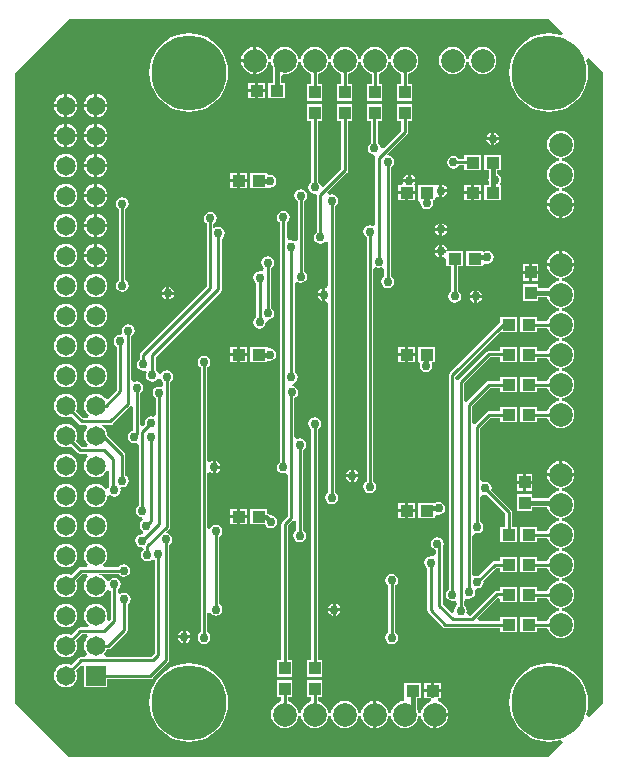
<source format=gbl>
%FSAX24Y24*%
%MOIN*%
G70*
G01*
G75*
G04 Layer_Physical_Order=2*
G04 Layer_Color=16711680*
%ADD10R,0.0512X0.0591*%
%ADD11R,0.0866X0.0335*%
%ADD12O,0.0866X0.0236*%
%ADD13C,0.0100*%
%ADD14C,0.0150*%
%ADD15C,0.2500*%
%ADD16C,0.0787*%
%ADD17C,0.0650*%
%ADD18R,0.0650X0.0650*%
%ADD19C,0.0300*%
%ADD20R,0.0394X0.0433*%
%ADD21R,0.0433X0.0394*%
G36*
X028471Y034329D02*
X028415Y034246D01*
X028406Y034250D01*
X028206Y034298D01*
X028000Y034314D01*
X027794Y034298D01*
X027594Y034250D01*
X027403Y034171D01*
X027228Y034063D01*
X027071Y033929D01*
X026937Y033772D01*
X026829Y033597D01*
X026750Y033406D01*
X026702Y033206D01*
X026686Y033000D01*
X026702Y032794D01*
X026750Y032594D01*
X026829Y032403D01*
X026937Y032228D01*
X027071Y032071D01*
X027228Y031937D01*
X027403Y031829D01*
X027594Y031750D01*
X027794Y031702D01*
X028000Y031686D01*
X028206Y031702D01*
X028406Y031750D01*
X028597Y031829D01*
X028772Y031937D01*
X028929Y032071D01*
X029063Y032228D01*
X029171Y032403D01*
X029250Y032594D01*
X029298Y032794D01*
X029314Y033000D01*
X029298Y033206D01*
X029250Y033406D01*
X029246Y033415D01*
X029329Y033471D01*
X029800Y033000D01*
Y012000D01*
X029329Y011529D01*
X029246Y011585D01*
X029250Y011594D01*
X029298Y011794D01*
X029314Y012000D01*
X029298Y012206D01*
X029250Y012406D01*
X029171Y012597D01*
X029063Y012772D01*
X028929Y012929D01*
X028772Y013063D01*
X028597Y013171D01*
X028406Y013250D01*
X028206Y013298D01*
X028000Y013314D01*
X027794Y013298D01*
X027594Y013250D01*
X027403Y013171D01*
X027228Y013063D01*
X027071Y012929D01*
X026937Y012772D01*
X026829Y012597D01*
X026750Y012406D01*
X026702Y012206D01*
X026686Y012000D01*
X026702Y011794D01*
X026750Y011594D01*
X026829Y011403D01*
X026937Y011228D01*
X027071Y011071D01*
X027228Y010937D01*
X027403Y010829D01*
X027594Y010750D01*
X027794Y010702D01*
X028000Y010686D01*
X028206Y010702D01*
X028406Y010750D01*
X028415Y010754D01*
X028471Y010671D01*
X028000Y010200D01*
X012000D01*
X010200Y012000D01*
Y033000D01*
X010400Y033200D01*
X012000Y034800D01*
X028000D01*
X028471Y034329D01*
D02*
G37*
%LPC*%
G36*
X012900Y024288D02*
X012800Y024275D01*
X012706Y024236D01*
X012626Y024174D01*
X012564Y024094D01*
X012525Y024000D01*
X012512Y023900D01*
X012525Y023800D01*
X012564Y023706D01*
X012626Y023626D01*
X012706Y023564D01*
X012800Y023525D01*
X012900Y023512D01*
X013000Y023525D01*
X013094Y023564D01*
X013174Y023626D01*
X013236Y023706D01*
X013275Y023800D01*
X013288Y023900D01*
X013275Y024000D01*
X013236Y024094D01*
X013174Y024174D01*
X013094Y024236D01*
X013000Y024275D01*
X012900Y024288D01*
D02*
G37*
G36*
X017615Y023857D02*
X017389D01*
Y023650D01*
X017615D01*
Y023857D01*
D02*
G37*
G36*
X011900Y024288D02*
X011800Y024275D01*
X011706Y024236D01*
X011626Y024174D01*
X011564Y024094D01*
X011525Y024000D01*
X011512Y023900D01*
X011525Y023800D01*
X011564Y023706D01*
X011626Y023626D01*
X011706Y023564D01*
X011800Y023525D01*
X011900Y023512D01*
X012000Y023525D01*
X012094Y023564D01*
X012174Y023626D01*
X012236Y023706D01*
X012275Y023800D01*
X012288Y023900D01*
X012275Y024000D01*
X012236Y024094D01*
X012174Y024174D01*
X012094Y024236D01*
X012000Y024275D01*
X011900Y024288D01*
D02*
G37*
G36*
X023542Y023550D02*
X023315D01*
Y023343D01*
X023542D01*
Y023550D01*
D02*
G37*
G36*
X018611Y023857D02*
X018611Y023857D01*
X018058D01*
Y023343D01*
X018611D01*
Y023343D01*
X018618Y023402D01*
D01*
X018618Y023402D01*
D01*
D01*
X018700Y023386D01*
X018782Y023402D01*
X018851Y023449D01*
X018898Y023518D01*
X018914Y023600D01*
X018898Y023682D01*
X018851Y023751D01*
X018782Y023798D01*
X018700Y023814D01*
X018676Y023809D01*
X018611Y023857D01*
D02*
G37*
G36*
X026942Y024857D02*
X026389D01*
Y024677D01*
X024701Y022989D01*
X024676Y022953D01*
X024668Y022910D01*
X024668Y022910D01*
Y015778D01*
X024629Y015751D01*
X024582Y015682D01*
X024566Y015600D01*
X024582Y015518D01*
X024629Y015449D01*
X024698Y015402D01*
X024780Y015386D01*
X024862Y015402D01*
X024948Y015274D01*
X024948Y015274D01*
X024909Y015211D01*
X024909Y015211D01*
X024862Y015142D01*
X024846Y015060D01*
X024854Y015020D01*
X024766Y014973D01*
X024462Y015276D01*
Y017195D01*
X024478Y017218D01*
X024494Y017300D01*
X024478Y017382D01*
X024431Y017451D01*
X024362Y017498D01*
X024280Y017514D01*
X024198Y017498D01*
X024129Y017451D01*
X024082Y017382D01*
X024066Y017300D01*
X024082Y017218D01*
X024129Y017149D01*
X024198Y017102D01*
X024238Y017094D01*
Y016986D01*
X024152Y016858D01*
X024070Y016874D01*
X023988Y016858D01*
X023919Y016811D01*
X023872Y016742D01*
X023856Y016660D01*
X023872Y016578D01*
X023919Y016509D01*
X023958Y016482D01*
Y015080D01*
X023958Y015080D01*
X023966Y015037D01*
X023991Y015001D01*
X024471Y014521D01*
X024471Y014521D01*
X024507Y014496D01*
Y014496D01*
X024507Y014496D01*
D01*
D01*
D01*
X024507D01*
Y014496D01*
D01*
X024507Y014496D01*
X024507Y014496D01*
X024550Y014488D01*
X024550Y014488D01*
X026389D01*
Y014343D01*
X026942D01*
Y014857D01*
X026389D01*
Y014712D01*
X025661D01*
X025623Y014805D01*
X026296Y015478D01*
X026389Y015440D01*
Y015343D01*
X026942D01*
Y015857D01*
X026389D01*
Y015722D01*
X026270D01*
X026227Y015714D01*
X026191Y015689D01*
X026191Y015689D01*
X025394Y014892D01*
X025386D01*
X025258Y014978D01*
X025274Y015060D01*
X025258Y015142D01*
X025211Y015211D01*
X025172Y015238D01*
Y015359D01*
X025246Y015469D01*
X025249Y015472D01*
X025330Y015456D01*
X025412Y015472D01*
X025481Y015519D01*
X025528Y015588D01*
X025544Y015670D01*
X025530Y015739D01*
X025575Y015783D01*
X025611Y015808D01*
X025620Y015806D01*
X025702Y015822D01*
X025771Y015869D01*
X025818Y015938D01*
X025834Y016020D01*
X025825Y016066D01*
X026246Y016488D01*
X026389D01*
Y016343D01*
X026942D01*
Y016857D01*
X026389D01*
Y016712D01*
X026200D01*
X026200Y016712D01*
X026157Y016704D01*
X026121Y016679D01*
X026121Y016679D01*
X025666Y016225D01*
X025620Y016234D01*
X025538Y016218D01*
X025530Y016213D01*
X025442Y016260D01*
Y017524D01*
X025528Y017652D01*
X025610Y017636D01*
X025692Y017652D01*
X025761Y017699D01*
X025808Y017768D01*
X025824Y017850D01*
X025808Y017932D01*
X025761Y018001D01*
X025722Y018028D01*
Y018829D01*
X025796Y018939D01*
X025799Y018942D01*
X025880Y018926D01*
X025926Y018935D01*
X026553Y018308D01*
Y017857D01*
X026389D01*
Y017343D01*
X026942D01*
Y017857D01*
X026778D01*
Y018355D01*
X026769Y018398D01*
X026745Y018434D01*
X026745Y018434D01*
X026085Y019094D01*
X026094Y019140D01*
X026078Y019222D01*
X026031Y019291D01*
X025962Y019338D01*
X025880Y019354D01*
X025799Y019338D01*
X025796Y019341D01*
X025722Y019451D01*
Y021144D01*
X026066Y021488D01*
X026389D01*
Y021343D01*
X026942D01*
Y021857D01*
X026389D01*
Y021712D01*
X026020D01*
X026020Y021712D01*
X025977Y021704D01*
X025941Y021679D01*
X025941Y021679D01*
X025535Y021273D01*
X025509Y021284D01*
X025442Y021328D01*
Y021884D01*
X026046Y022488D01*
X026389D01*
Y022343D01*
X026942D01*
Y022857D01*
X026389D01*
Y022712D01*
X026000D01*
X026000Y022712D01*
X025957Y022704D01*
X025921Y022679D01*
X025921Y022679D01*
X025265Y022023D01*
X025174Y022061D01*
X025172Y022062D01*
Y022624D01*
X026056Y023508D01*
X026389D01*
Y023343D01*
X026942D01*
Y023857D01*
X026389D01*
Y023732D01*
X026010D01*
X026010Y023732D01*
X025967Y023724D01*
X025931Y023699D01*
X025931Y023699D01*
X024985Y022753D01*
X024959Y022764D01*
X024892Y022808D01*
Y022864D01*
X026377Y024348D01*
X026389Y024343D01*
Y024343D01*
X026389Y024343D01*
X026942D01*
Y024857D01*
D02*
G37*
G36*
X011900Y025288D02*
X011800Y025275D01*
X011706Y025236D01*
X011626Y025174D01*
X011564Y025094D01*
X011525Y025000D01*
X011512Y024900D01*
X011525Y024800D01*
X011564Y024706D01*
X011626Y024626D01*
X011706Y024564D01*
X011800Y024525D01*
X011900Y024512D01*
X012000Y024525D01*
X012094Y024564D01*
X012174Y024626D01*
X012236Y024706D01*
X012275Y024800D01*
X012288Y024900D01*
X012275Y025000D01*
X012236Y025094D01*
X012174Y025174D01*
X012094Y025236D01*
X012000Y025275D01*
X011900Y025288D01*
D02*
G37*
G36*
X023542Y023857D02*
X023315D01*
Y023650D01*
X023542D01*
Y023857D01*
D02*
G37*
G36*
X017942D02*
X017715D01*
Y023650D01*
X017942D01*
Y023857D01*
D02*
G37*
G36*
X023215D02*
X022989D01*
Y023650D01*
X023215D01*
Y023857D01*
D02*
G37*
G36*
Y023550D02*
X022989D01*
Y023343D01*
X023215D01*
Y023550D01*
D02*
G37*
G36*
X028450Y020051D02*
Y019650D01*
X028851D01*
X028842Y019718D01*
X028796Y019829D01*
X028724Y019924D01*
X028629Y019996D01*
X028518Y020042D01*
X028450Y020051D01*
D02*
G37*
G36*
X016900Y020054D02*
Y019900D01*
X017054D01*
X017048Y019932D01*
X017001Y020001D01*
X016932Y020048D01*
X016900Y020054D01*
D02*
G37*
G36*
X028350Y020051D02*
X028282Y020042D01*
X028171Y019996D01*
X028076Y019924D01*
X028004Y019829D01*
X027958Y019718D01*
X027949Y019650D01*
X028350D01*
Y020051D01*
D02*
G37*
G36*
X016510Y023564D02*
X016428Y023548D01*
X016359Y023501D01*
X016312Y023432D01*
X016296Y023350D01*
X016312Y023268D01*
X016359Y023199D01*
X016398Y023172D01*
Y014338D01*
X016359Y014311D01*
X016312Y014242D01*
X016296Y014160D01*
X016312Y014078D01*
X016359Y014009D01*
X016428Y013962D01*
X016510Y013946D01*
X016592Y013962D01*
X016661Y014009D01*
X016708Y014078D01*
X016724Y014160D01*
X016708Y014242D01*
X016661Y014311D01*
X016622Y014338D01*
Y014981D01*
X016718Y015010D01*
X016759Y014949D01*
X016828Y014902D01*
X016910Y014886D01*
X016992Y014902D01*
X017061Y014949D01*
X017108Y015018D01*
X017124Y015100D01*
X017108Y015182D01*
X017061Y015251D01*
X017022Y015278D01*
Y017532D01*
X017061Y017559D01*
X017108Y017628D01*
X017124Y017710D01*
X017108Y017792D01*
X017061Y017861D01*
X016992Y017908D01*
X016910Y017924D01*
X016828Y017908D01*
X016759Y017861D01*
X016718Y017800D01*
X016622Y017829D01*
Y019644D01*
X016710Y019691D01*
X016768Y019652D01*
X016800Y019646D01*
Y019850D01*
Y020054D01*
X016768Y020048D01*
X016710Y020009D01*
X016622Y020056D01*
Y023172D01*
X016661Y023199D01*
X016708Y023268D01*
X016724Y023350D01*
X016708Y023432D01*
X016661Y023501D01*
X016592Y023548D01*
X016510Y023564D01*
D02*
G37*
G36*
X017054Y019800D02*
X016900D01*
Y019646D01*
X016932Y019652D01*
X017001Y019699D01*
X017048Y019768D01*
X017054Y019800D01*
D02*
G37*
G36*
X017615Y023550D02*
X017389D01*
Y023343D01*
X017615D01*
Y023550D01*
D02*
G37*
G36*
X017942D02*
X017715D01*
Y023343D01*
X017942D01*
Y023550D01*
D02*
G37*
G36*
X024211Y023857D02*
X023658D01*
Y023343D01*
X023658D01*
X023712Y023312D01*
D01*
X023712Y023312D01*
X023696Y023230D01*
X023712Y023148D01*
X023759Y023079D01*
X023828Y023032D01*
X023910Y023016D01*
X023992Y023032D01*
X024061Y023079D01*
X024108Y023148D01*
X024124Y023230D01*
X024108Y023312D01*
X024125Y023343D01*
X024211D01*
Y023857D01*
D02*
G37*
G36*
X011900Y023288D02*
X011800Y023275D01*
X011706Y023236D01*
X011626Y023174D01*
X011564Y023094D01*
X011525Y023000D01*
X011512Y022900D01*
X011525Y022800D01*
X011564Y022706D01*
X011626Y022626D01*
X011706Y022564D01*
X011800Y022525D01*
X011900Y022512D01*
X012000Y022525D01*
X012094Y022564D01*
X012174Y022626D01*
X012236Y022706D01*
X012275Y022800D01*
X012288Y022900D01*
X012275Y023000D01*
X012236Y023094D01*
X012174Y023174D01*
X012094Y023236D01*
X012000Y023275D01*
X011900Y023288D01*
D02*
G37*
G36*
X012900D02*
X012800Y023275D01*
X012706Y023236D01*
X012626Y023174D01*
X012564Y023094D01*
X012525Y023000D01*
X012512Y022900D01*
X012525Y022800D01*
X012564Y022706D01*
X012626Y022626D01*
X012706Y022564D01*
X012800Y022525D01*
X012900Y022512D01*
X013000Y022525D01*
X013094Y022564D01*
X013174Y022626D01*
X013236Y022706D01*
X013275Y022800D01*
X013288Y022900D01*
X013275Y023000D01*
X013236Y023094D01*
X013174Y023174D01*
X013094Y023236D01*
X013000Y023275D01*
X012900Y023288D01*
D02*
G37*
G36*
X015350Y025854D02*
Y025700D01*
X015504D01*
X015498Y025732D01*
X015451Y025801D01*
X015382Y025848D01*
X015350Y025854D01*
D02*
G37*
G36*
X016720Y028364D02*
X016638Y028348D01*
X016569Y028301D01*
X016522Y028232D01*
X016506Y028150D01*
X016522Y028068D01*
X016569Y027999D01*
X016598Y027979D01*
Y025866D01*
X014401Y023669D01*
X014376Y023633D01*
X014368Y023590D01*
X014368Y023590D01*
Y023458D01*
X014329Y023431D01*
X014282Y023362D01*
X014266Y023280D01*
X014282Y023198D01*
X014329Y023129D01*
X014398Y023082D01*
X014480Y023066D01*
X014538Y023077D01*
X014594Y022994D01*
X014592Y022992D01*
X014576Y022910D01*
X014592Y022828D01*
X014639Y022759D01*
X014708Y022712D01*
X014790Y022696D01*
X014872Y022712D01*
X014941Y022759D01*
X014973Y022805D01*
X015071Y022786D01*
X015072Y022778D01*
X015119Y022709D01*
X015158Y022682D01*
Y022584D01*
X015081Y022520D01*
X015010Y022534D01*
X014928Y022518D01*
X014859Y022471D01*
X014812Y022402D01*
X014796Y022320D01*
X014812Y022238D01*
X014859Y022169D01*
X014898Y022142D01*
Y021594D01*
X014821Y021530D01*
X014750Y021544D01*
X014668Y021528D01*
X014599Y021481D01*
X014552Y021412D01*
X014536Y021330D01*
X014545Y021284D01*
X014475Y021213D01*
X014382Y021251D01*
Y022322D01*
X014421Y022349D01*
X014468Y022418D01*
X014484Y022500D01*
X014468Y022582D01*
X014421Y022651D01*
X014352Y022698D01*
X014270Y022714D01*
X014188Y022698D01*
X014180Y022693D01*
X014092Y022740D01*
Y024222D01*
X014131Y024249D01*
X014178Y024318D01*
X014194Y024400D01*
X014178Y024482D01*
X014131Y024551D01*
X014062Y024598D01*
X013980Y024614D01*
X013898Y024598D01*
X013829Y024551D01*
X013782Y024482D01*
X013766Y024400D01*
X013781Y024325D01*
X013710Y024254D01*
X013710Y024254D01*
X013628Y024238D01*
X013559Y024191D01*
X013512Y024122D01*
X013496Y024040D01*
X013512Y023958D01*
X013559Y023889D01*
X013598Y023862D01*
Y022426D01*
X013302Y022131D01*
X013203Y022138D01*
X013174Y022174D01*
X013094Y022236D01*
X013000Y022275D01*
X012900Y022288D01*
X012800Y022275D01*
X012706Y022236D01*
X012626Y022174D01*
X012564Y022094D01*
X012525Y022000D01*
X012512Y021900D01*
X012525Y021800D01*
X012564Y021706D01*
X012626Y021626D01*
X012689Y021577D01*
X012657Y021482D01*
X012476D01*
X012241Y021718D01*
X012275Y021800D01*
X012288Y021900D01*
X012275Y022000D01*
X012236Y022094D01*
X012174Y022174D01*
X012094Y022236D01*
X012000Y022275D01*
X011900Y022288D01*
X011800Y022275D01*
X011706Y022236D01*
X011626Y022174D01*
X011564Y022094D01*
X011525Y022000D01*
X011512Y021900D01*
X011525Y021800D01*
X011564Y021706D01*
X011626Y021626D01*
X011706Y021564D01*
X011800Y021525D01*
X011900Y021512D01*
X012000Y021525D01*
X012082Y021559D01*
X012351Y021291D01*
X012351Y021291D01*
X012387Y021266D01*
Y021266D01*
X012387Y021266D01*
D01*
D01*
D01*
X012387D01*
Y021266D01*
D01*
X012387Y021266D01*
X012387Y021266D01*
X012430Y021258D01*
X012562D01*
X012603Y021203D01*
X012621Y021168D01*
X012564Y021094D01*
X012525Y021000D01*
X012512Y020900D01*
X012525Y020800D01*
X012564Y020706D01*
X012626Y020626D01*
X012637Y020617D01*
X012605Y020522D01*
X012436D01*
X012241Y020718D01*
X012275Y020800D01*
X012288Y020900D01*
X012275Y021000D01*
X012236Y021094D01*
X012174Y021174D01*
X012094Y021236D01*
X012000Y021275D01*
X011900Y021288D01*
X011800Y021275D01*
X011706Y021236D01*
X011626Y021174D01*
X011564Y021094D01*
X011525Y021000D01*
X011512Y020900D01*
X011525Y020800D01*
X011564Y020706D01*
X011626Y020626D01*
X011706Y020564D01*
X011800Y020525D01*
X011900Y020512D01*
X012000Y020525D01*
X012082Y020559D01*
X012311Y020331D01*
X012311Y020331D01*
X012347Y020306D01*
Y020306D01*
X012347Y020306D01*
D01*
D01*
D01*
X012347D01*
Y020306D01*
D01*
X012347Y020306D01*
X012347Y020306D01*
X012390Y020298D01*
X012390Y020298D01*
X012608Y020279D01*
X012636Y020183D01*
X012626Y020174D01*
X012564Y020094D01*
X012525Y020000D01*
X012512Y019900D01*
X012525Y019800D01*
X012564Y019706D01*
X012626Y019626D01*
X012706Y019564D01*
X012800Y019525D01*
X012900Y019512D01*
X013000Y019525D01*
X013094Y019564D01*
X013174Y019626D01*
X013236Y019706D01*
X013250Y019739D01*
X013348Y019719D01*
Y019200D01*
X013322Y019162D01*
X013317Y019138D01*
X013220Y019115D01*
X013174Y019174D01*
X013094Y019236D01*
X013000Y019275D01*
X012900Y019288D01*
X012800Y019275D01*
X012706Y019236D01*
X012626Y019174D01*
X012564Y019094D01*
X012525Y019000D01*
X012512Y018900D01*
X012525Y018800D01*
X012564Y018706D01*
X012626Y018626D01*
X012706Y018564D01*
X012800Y018525D01*
X012900Y018512D01*
X013000Y018525D01*
X013094Y018564D01*
X013174Y018626D01*
X013236Y018706D01*
X013275Y018800D01*
X013286Y018882D01*
X013377Y018923D01*
X013438Y018882D01*
X013520Y018866D01*
X013602Y018882D01*
X013671Y018929D01*
X013718Y018998D01*
X013734Y019080D01*
X013718Y019162D01*
X013780Y019176D01*
Y019176D01*
X013780D01*
X013780D01*
Y019176D01*
D01*
D01*
D01*
D01*
X013862Y019192D01*
X013931Y019239D01*
X013978Y019308D01*
X013994Y019390D01*
X013978Y019472D01*
X013931Y019541D01*
X013892Y019568D01*
Y020260D01*
X013892Y020260D01*
X013884Y020303D01*
X013884D01*
D01*
D01*
X013884Y020303D01*
D01*
D01*
D01*
D01*
X013884Y020303D01*
D01*
D01*
Y020303D01*
D01*
X013884D01*
D01*
D01*
X013884D01*
D01*
D01*
X013859Y020339D01*
X013859Y020339D01*
X013287Y020912D01*
X013275Y021000D01*
X013236Y021094D01*
X013174Y021174D01*
X013094Y021236D01*
X013098Y021258D01*
X013390D01*
X013390Y021258D01*
X013433Y021266D01*
X013469Y021291D01*
X014059Y021881D01*
X014062Y021885D01*
X014158Y021856D01*
Y021070D01*
X014098Y021058D01*
X014029Y021011D01*
X013982Y020942D01*
X013966Y020860D01*
X013982Y020778D01*
X014029Y020709D01*
X014098Y020662D01*
X014180Y020646D01*
X014261Y020662D01*
X014264Y020659D01*
X014338Y020549D01*
Y018568D01*
X014299Y018541D01*
X014252Y018472D01*
X014236Y018390D01*
X014252Y018308D01*
X014299Y018239D01*
X014368Y018192D01*
X014445Y018177D01*
X014464Y018079D01*
X014423Y018051D01*
X014377Y017982D01*
X014361Y017900D01*
X014377Y017818D01*
X014423Y017749D01*
X014483Y017709D01*
X014493Y017609D01*
X014432Y017604D01*
X014432D01*
X014350Y017588D01*
X014281Y017541D01*
X014235Y017472D01*
X014218Y017390D01*
X014235Y017308D01*
X014281Y017239D01*
X014350Y017192D01*
X014432Y017176D01*
X014471Y017144D01*
X014494Y017088D01*
X014469Y017071D01*
X014423Y017002D01*
X014406Y016920D01*
X014423Y016838D01*
X014469Y016769D01*
X014539Y016722D01*
X014621Y016706D01*
X014702Y016722D01*
X014772Y016769D01*
X014772Y016769D01*
X014868Y016740D01*
Y013636D01*
X014764Y013532D01*
X013246D01*
X013174Y013626D01*
X013236Y013706D01*
X013270Y013788D01*
X013320D01*
X013320Y013788D01*
X013363Y013796D01*
X013399Y013821D01*
X013929Y014351D01*
X013929Y014351D01*
X013954Y014387D01*
X013962Y014430D01*
Y015272D01*
X014001Y015299D01*
X014048Y015368D01*
X014064Y015450D01*
X014048Y015532D01*
X014001Y015601D01*
X013932Y015648D01*
X013850Y015664D01*
X013768Y015648D01*
X013720Y015616D01*
X013632Y015663D01*
Y015772D01*
X013671Y015799D01*
X013718Y015868D01*
X013734Y015950D01*
X013718Y016032D01*
X013671Y016101D01*
X013602Y016148D01*
X013520Y016164D01*
X013438Y016148D01*
X013369Y016101D01*
X013344Y016064D01*
X013244Y016074D01*
X013236Y016094D01*
X013174Y016174D01*
X013094Y016236D01*
X013016Y016268D01*
Y016268D01*
D01*
D01*
D01*
D01*
X013016Y016268D01*
X013016Y016268D01*
X013000Y016275D01*
Y016275D01*
X013001Y016288D01*
X013662D01*
X013689Y016249D01*
X013758Y016202D01*
X013840Y016186D01*
X013922Y016202D01*
X013991Y016249D01*
X014038Y016318D01*
X014054Y016400D01*
X014038Y016482D01*
X013991Y016551D01*
X013922Y016598D01*
X013840Y016614D01*
X013758Y016598D01*
X013689Y016551D01*
X013662Y016512D01*
X013182D01*
X013150Y016607D01*
X013174Y016626D01*
X013236Y016706D01*
X013275Y016800D01*
X013288Y016900D01*
X013275Y017000D01*
X013236Y017094D01*
X013174Y017174D01*
X013094Y017236D01*
X013000Y017275D01*
X012900Y017288D01*
X012800Y017275D01*
X012706Y017236D01*
X012626Y017174D01*
X012564Y017094D01*
X012525Y017000D01*
X012512Y016900D01*
X012525Y016800D01*
X012564Y016706D01*
X012626Y016626D01*
X012650Y016607D01*
X012618Y016512D01*
X012400D01*
X012400Y016512D01*
X012357Y016504D01*
X012321Y016479D01*
X012321Y016479D01*
X012082Y016241D01*
X012000Y016275D01*
X011900Y016288D01*
X011800Y016275D01*
X011706Y016236D01*
X011626Y016174D01*
X011564Y016094D01*
X011525Y016000D01*
X011512Y015900D01*
X011525Y015800D01*
X011564Y015706D01*
X011626Y015626D01*
X011706Y015564D01*
X011800Y015525D01*
X011900Y015512D01*
X012000Y015525D01*
X012094Y015564D01*
X012174Y015626D01*
X012236Y015706D01*
X012275Y015800D01*
X012288Y015900D01*
X012275Y016000D01*
X012241Y016082D01*
X012446Y016288D01*
X012618D01*
X012650Y016193D01*
X012626Y016174D01*
X012564Y016094D01*
X012525Y016000D01*
X012512Y015900D01*
X012525Y015800D01*
X012564Y015706D01*
X012626Y015626D01*
X012706Y015564D01*
X012800Y015525D01*
X012900Y015512D01*
X013000Y015525D01*
X013094Y015564D01*
X013174Y015626D01*
X013236Y015706D01*
X013239Y015712D01*
X013320Y015766D01*
X013408Y015719D01*
Y014766D01*
X013349Y014728D01*
X013272Y014792D01*
X013275Y014800D01*
X013288Y014900D01*
X013275Y015000D01*
X013236Y015094D01*
X013174Y015174D01*
X013094Y015236D01*
X013000Y015275D01*
X012900Y015288D01*
X012800Y015275D01*
X012706Y015236D01*
X012626Y015174D01*
X012564Y015094D01*
X012525Y015000D01*
X012512Y014900D01*
X012525Y014800D01*
X012564Y014706D01*
X012626Y014626D01*
X012663Y014597D01*
X012631Y014502D01*
X012390D01*
X012390Y014502D01*
X012347Y014494D01*
X012311Y014469D01*
X012311Y014469D01*
X012082Y014241D01*
X012000Y014275D01*
X011900Y014288D01*
X011800Y014275D01*
X011706Y014236D01*
X011626Y014174D01*
X011564Y014094D01*
X011525Y014000D01*
X011512Y013900D01*
X011525Y013800D01*
X011564Y013706D01*
X011626Y013626D01*
X011706Y013564D01*
X011800Y013525D01*
X011900Y013512D01*
X012000Y013525D01*
X012094Y013564D01*
X012174Y013626D01*
X012236Y013706D01*
X012275Y013800D01*
X012288Y013900D01*
X012275Y014000D01*
X012241Y014082D01*
X012436Y014278D01*
X012605D01*
X012637Y014183D01*
X012626Y014174D01*
X012564Y014094D01*
X012525Y014000D01*
X012512Y013900D01*
X012525Y013800D01*
X012564Y013706D01*
X012626Y013626D01*
X012554Y013532D01*
X012420D01*
X012420Y013532D01*
X012377Y013524D01*
X012341Y013499D01*
X012082Y013241D01*
X012000Y013275D01*
X011900Y013288D01*
X011800Y013275D01*
X011706Y013236D01*
X011626Y013174D01*
X011564Y013094D01*
X011525Y013000D01*
X011512Y012900D01*
X011525Y012800D01*
X011564Y012706D01*
X011626Y012626D01*
X011706Y012564D01*
X011800Y012525D01*
X011900Y012512D01*
X012000Y012525D01*
X012094Y012564D01*
X012174Y012626D01*
X012236Y012706D01*
X012275Y012800D01*
X012288Y012900D01*
X012275Y013000D01*
X012241Y013082D01*
X012423Y013264D01*
X012515Y013226D01*
Y012515D01*
X013285D01*
Y012788D01*
X014720D01*
X014720Y012788D01*
X014763Y012796D01*
X014799Y012821D01*
X015319Y013341D01*
X015344Y013377D01*
X015352Y013420D01*
X015352Y013420D01*
Y017262D01*
X015391Y017289D01*
X015438Y017358D01*
X015454Y017440D01*
X015438Y017522D01*
X015391Y017591D01*
X015322Y017638D01*
X015240Y017654D01*
X015234Y017665D01*
X015349Y017781D01*
X015349Y017781D01*
X015374Y017817D01*
X015382Y017860D01*
X015382Y017860D01*
Y022682D01*
X015421Y022709D01*
X015468Y022778D01*
X015484Y022860D01*
X015468Y022942D01*
X015421Y023011D01*
X015352Y023058D01*
X015270Y023074D01*
X015188Y023058D01*
X015119Y023011D01*
X015087Y022965D01*
X014989Y022984D01*
X014988Y022992D01*
X014941Y023061D01*
X014902Y023088D01*
Y023534D01*
X017069Y025701D01*
X017069Y025701D01*
X017094Y025737D01*
D01*
D01*
D01*
Y025737D01*
X017094D01*
D01*
D01*
D01*
D01*
X017094D01*
D01*
D01*
D01*
D01*
Y025737D01*
X017094D01*
D01*
Y025737D01*
D01*
D01*
D01*
D01*
D01*
D01*
D01*
D01*
D01*
D01*
D01*
D01*
Y025737D01*
D01*
X017094D01*
D01*
D01*
D01*
D01*
X017094Y025737D01*
X017102Y025780D01*
X017102Y025780D01*
Y027462D01*
X017141Y027489D01*
X017188Y027558D01*
X017204Y027640D01*
X017188Y027722D01*
X017141Y027791D01*
X017072Y027838D01*
X016990Y027854D01*
X016908Y027838D01*
X016908Y027838D01*
X016908D01*
X016908D01*
Y027838D01*
X016908Y027838D01*
X016822Y027796D01*
Y027966D01*
X016871Y027999D01*
X016918Y028068D01*
X016934Y028150D01*
X016918Y028232D01*
X016871Y028301D01*
X016802Y028348D01*
X016720Y028364D01*
D02*
G37*
G36*
X015250Y025854D02*
X015218Y025848D01*
X015149Y025801D01*
X015102Y025732D01*
X015096Y025700D01*
X015250D01*
Y025854D01*
D02*
G37*
G36*
X020450Y025804D02*
X020418Y025798D01*
X020349Y025751D01*
X020302Y025682D01*
X020296Y025650D01*
X020450D01*
Y025804D01*
D02*
G37*
G36*
X013780Y028844D02*
X013698Y028828D01*
X013629Y028781D01*
X013582Y028712D01*
X013566Y028630D01*
X013582Y028548D01*
X013629Y028479D01*
X013668Y028452D01*
Y026078D01*
X013629Y026051D01*
X013582Y025982D01*
X013566Y025900D01*
X013582Y025818D01*
X013629Y025749D01*
X013698Y025702D01*
X013780Y025686D01*
X013862Y025702D01*
X013931Y025749D01*
X013978Y025818D01*
X013994Y025900D01*
X013978Y025982D01*
X013931Y026051D01*
X013892Y026078D01*
Y028452D01*
X013931Y028479D01*
X013978Y028548D01*
X013994Y028630D01*
X013978Y028712D01*
X013931Y028781D01*
X013862Y028828D01*
X013780Y028844D01*
D02*
G37*
G36*
X027350Y026611D02*
X027143D01*
Y026385D01*
X027350D01*
Y026611D01*
D02*
G37*
G36*
X027657D02*
X027450D01*
Y026385D01*
X027657D01*
Y026611D01*
D02*
G37*
G36*
Y026285D02*
X027450D01*
Y026058D01*
X027657D01*
Y026285D01*
D02*
G37*
G36*
X028851Y026550D02*
X027949D01*
X027958Y026482D01*
X028004Y026371D01*
X028076Y026276D01*
X028171Y026204D01*
X028282Y026158D01*
X028342Y026150D01*
Y026050D01*
X028282Y026042D01*
X028171Y025996D01*
X028076Y025924D01*
X028004Y025829D01*
X027993Y025803D01*
X027657D01*
Y025942D01*
X027143D01*
Y025389D01*
X027657D01*
Y025528D01*
X027952D01*
X027958Y025482D01*
X028004Y025371D01*
X028076Y025276D01*
X028171Y025204D01*
X028282Y025158D01*
X028342Y025150D01*
Y025050D01*
X028282Y025042D01*
X028171Y024996D01*
X028076Y024924D01*
X028004Y024829D01*
X027958Y024718D01*
X027957Y024712D01*
X027611D01*
Y024857D01*
X027058D01*
Y024343D01*
X027611D01*
Y024488D01*
X027957D01*
X027958Y024482D01*
X028004Y024371D01*
X028076Y024276D01*
X028171Y024204D01*
X028282Y024158D01*
X028342Y024150D01*
Y024050D01*
X028282Y024042D01*
X028171Y023996D01*
X028076Y023924D01*
X028004Y023829D01*
X027958Y023718D01*
X027957Y023712D01*
X027611D01*
Y023857D01*
X027058D01*
Y023343D01*
X027611D01*
Y023488D01*
X027957D01*
X027958Y023482D01*
X028004Y023371D01*
X028076Y023276D01*
X028171Y023204D01*
X028282Y023158D01*
X028342Y023150D01*
Y023050D01*
X028282Y023042D01*
X028171Y022996D01*
X028076Y022924D01*
X028004Y022829D01*
X027958Y022718D01*
X027957Y022712D01*
X027611D01*
Y022857D01*
X027058D01*
Y022343D01*
X027611D01*
Y022488D01*
X027957D01*
X027958Y022482D01*
X028004Y022371D01*
X028076Y022276D01*
X028171Y022204D01*
X028282Y022158D01*
X028342Y022150D01*
Y022050D01*
X028282Y022042D01*
X028171Y021996D01*
X028076Y021924D01*
X028004Y021829D01*
X027958Y021718D01*
X027957Y021712D01*
X027611D01*
Y021857D01*
X027058D01*
Y021343D01*
X027611D01*
Y021488D01*
X027957D01*
X027958Y021482D01*
X028004Y021371D01*
X028076Y021276D01*
X028171Y021204D01*
X028282Y021158D01*
X028400Y021142D01*
X028518Y021158D01*
X028629Y021204D01*
X028724Y021276D01*
X028796Y021371D01*
X028842Y021482D01*
X028858Y021600D01*
X028842Y021718D01*
X028796Y021829D01*
X028724Y021924D01*
X028629Y021996D01*
X028518Y022042D01*
X028458Y022050D01*
Y022150D01*
X028518Y022158D01*
X028629Y022204D01*
X028724Y022276D01*
X028796Y022371D01*
X028842Y022482D01*
X028858Y022600D01*
X028842Y022718D01*
X028796Y022829D01*
X028724Y022924D01*
X028629Y022996D01*
X028518Y023042D01*
X028458Y023050D01*
Y023150D01*
X028518Y023158D01*
X028629Y023204D01*
X028724Y023276D01*
X028796Y023371D01*
X028842Y023482D01*
X028858Y023600D01*
X028842Y023718D01*
X028796Y023829D01*
X028724Y023924D01*
X028629Y023996D01*
X028518Y024042D01*
X028458Y024050D01*
Y024150D01*
X028518Y024158D01*
X028629Y024204D01*
X028724Y024276D01*
X028796Y024371D01*
X028842Y024482D01*
X028858Y024600D01*
X028842Y024718D01*
X028796Y024829D01*
X028724Y024924D01*
X028629Y024996D01*
X028518Y025042D01*
X028458Y025050D01*
Y025150D01*
X028518Y025158D01*
X028629Y025204D01*
X028724Y025276D01*
X028796Y025371D01*
X028842Y025482D01*
X028858Y025600D01*
X028842Y025718D01*
X028796Y025829D01*
X028724Y025924D01*
X028629Y025996D01*
X028518Y026042D01*
X028458Y026050D01*
Y026150D01*
X028518Y026158D01*
X028629Y026204D01*
X028724Y026276D01*
X028796Y026371D01*
X028842Y026482D01*
X028851Y026550D01*
D02*
G37*
G36*
X027350Y026285D02*
X027143D01*
Y026058D01*
X027350D01*
Y026285D01*
D02*
G37*
G36*
X025624Y025740D02*
Y025586D01*
X025778D01*
X025772Y025618D01*
X025725Y025687D01*
X025656Y025734D01*
X025624Y025740D01*
D02*
G37*
G36*
X025778Y025486D02*
X025624D01*
Y025332D01*
X025656Y025338D01*
X025725Y025385D01*
X025772Y025454D01*
X025778Y025486D01*
D02*
G37*
G36*
X020450Y025550D02*
X020296D01*
X020302Y025518D01*
X020349Y025449D01*
X020418Y025402D01*
X020450Y025396D01*
Y025550D01*
D02*
G37*
G36*
X025524Y025486D02*
X025370D01*
X025376Y025454D01*
X025423Y025385D01*
X025492Y025338D01*
X025524Y025332D01*
Y025486D01*
D02*
G37*
G36*
X012900Y025288D02*
X012800Y025275D01*
X012706Y025236D01*
X012626Y025174D01*
X012564Y025094D01*
X012525Y025000D01*
X012512Y024900D01*
X012525Y024800D01*
X012564Y024706D01*
X012626Y024626D01*
X012706Y024564D01*
X012800Y024525D01*
X012900Y024512D01*
X013000Y024525D01*
X013094Y024564D01*
X013174Y024626D01*
X013236Y024706D01*
X013275Y024800D01*
X013288Y024900D01*
X013275Y025000D01*
X013236Y025094D01*
X013174Y025174D01*
X013094Y025236D01*
X013000Y025275D01*
X012900Y025288D01*
D02*
G37*
G36*
X024620Y027057D02*
X024589D01*
Y026989D01*
X024459D01*
Y026835D01*
X024491Y026842D01*
X024501Y026848D01*
X024589Y026801D01*
Y026543D01*
X024753D01*
Y025713D01*
X024714Y025687D01*
X024668Y025617D01*
X024651Y025535D01*
X024668Y025453D01*
X024714Y025384D01*
X024783Y025338D01*
X024865Y025321D01*
X024947Y025338D01*
X025017Y025384D01*
X025063Y025453D01*
X025079Y025535D01*
X025063Y025617D01*
X025017Y025687D01*
X024978Y025713D01*
Y026543D01*
X025142D01*
Y027057D01*
X024620D01*
X024620Y027057D01*
D02*
G37*
G36*
X012900Y026288D02*
X012800Y026275D01*
X012706Y026236D01*
X012626Y026174D01*
X012564Y026094D01*
X012525Y026000D01*
X012512Y025900D01*
X012525Y025800D01*
X012564Y025706D01*
X012626Y025626D01*
X012706Y025564D01*
X012800Y025525D01*
X012900Y025512D01*
X013000Y025525D01*
X013094Y025564D01*
X013174Y025626D01*
X013236Y025706D01*
X013275Y025800D01*
X013288Y025900D01*
X013275Y026000D01*
X013236Y026094D01*
X013174Y026174D01*
X013094Y026236D01*
X013000Y026275D01*
X012900Y026288D01*
D02*
G37*
G36*
X025524Y025740D02*
X025492Y025734D01*
X025423Y025687D01*
X025376Y025618D01*
X025370Y025586D01*
X025524D01*
Y025740D01*
D02*
G37*
G36*
X011900Y026288D02*
X011800Y026275D01*
X011706Y026236D01*
X011626Y026174D01*
X011564Y026094D01*
X011525Y026000D01*
X011512Y025900D01*
X011525Y025800D01*
X011564Y025706D01*
X011626Y025626D01*
X011706Y025564D01*
X011800Y025525D01*
X011900Y025512D01*
X012000Y025525D01*
X012094Y025564D01*
X012174Y025626D01*
X012236Y025706D01*
X012275Y025800D01*
X012288Y025900D01*
X012275Y026000D01*
X012236Y026094D01*
X012174Y026174D01*
X012094Y026236D01*
X012000Y026275D01*
X011900Y026288D01*
D02*
G37*
G36*
X015250Y025600D02*
X015096D01*
X015102Y025568D01*
X015149Y025499D01*
X015218Y025452D01*
X015250Y025446D01*
Y025600D01*
D02*
G37*
G36*
X015504D02*
X015350D01*
Y025446D01*
X015382Y025452D01*
X015451Y025499D01*
X015498Y025568D01*
X015504Y025600D01*
D02*
G37*
G36*
X020800Y015050D02*
X020646D01*
X020652Y015018D01*
X020699Y014949D01*
X020768Y014902D01*
X020800Y014896D01*
Y015050D01*
D02*
G37*
G36*
X021054D02*
X020900D01*
Y014896D01*
X020932Y014902D01*
X021001Y014949D01*
X021048Y015018D01*
X021054Y015050D01*
D02*
G37*
G36*
X011900Y015288D02*
X011800Y015275D01*
X011706Y015236D01*
X011626Y015174D01*
X011564Y015094D01*
X011525Y015000D01*
X011512Y014900D01*
X011525Y014800D01*
X011564Y014706D01*
X011626Y014626D01*
X011706Y014564D01*
X011800Y014525D01*
X011900Y014512D01*
X012000Y014525D01*
X012094Y014564D01*
X012174Y014626D01*
X012236Y014706D01*
X012275Y014800D01*
X012288Y014900D01*
X012275Y015000D01*
X012236Y015094D01*
X012174Y015174D01*
X012094Y015236D01*
X012000Y015275D01*
X011900Y015288D01*
D02*
G37*
G36*
X015805Y014399D02*
X015773Y014393D01*
X015704Y014346D01*
X015657Y014277D01*
X015651Y014245D01*
X015805D01*
Y014399D01*
D02*
G37*
G36*
X015905D02*
Y014245D01*
X016059D01*
X016053Y014277D01*
X016007Y014346D01*
X015937Y014393D01*
X015905Y014399D01*
D02*
G37*
G36*
X011900Y018288D02*
X011800Y018275D01*
X011706Y018236D01*
X011626Y018174D01*
X011564Y018094D01*
X011525Y018000D01*
X011512Y017900D01*
X011525Y017800D01*
X011564Y017706D01*
X011626Y017626D01*
X011706Y017564D01*
X011800Y017525D01*
X011900Y017512D01*
X012000Y017525D01*
X012094Y017564D01*
X012174Y017626D01*
X012236Y017706D01*
X012275Y017800D01*
X012288Y017900D01*
X012275Y018000D01*
X012236Y018094D01*
X012174Y018174D01*
X012094Y018236D01*
X012000Y018275D01*
X011900Y018288D01*
D02*
G37*
G36*
X012900D02*
X012800Y018275D01*
X012706Y018236D01*
X012626Y018174D01*
X012564Y018094D01*
X012525Y018000D01*
X012512Y017900D01*
X012525Y017800D01*
X012564Y017706D01*
X012626Y017626D01*
X012706Y017564D01*
X012800Y017525D01*
X012900Y017512D01*
X013000Y017525D01*
X013094Y017564D01*
X013174Y017626D01*
X013236Y017706D01*
X013275Y017800D01*
X013288Y017900D01*
X013275Y018000D01*
X013236Y018094D01*
X013174Y018174D01*
X013094Y018236D01*
X013000Y018275D01*
X012900Y018288D01*
D02*
G37*
G36*
X011900Y017288D02*
X011800Y017275D01*
X011706Y017236D01*
X011626Y017174D01*
X011564Y017094D01*
X011525Y017000D01*
X011512Y016900D01*
X011525Y016800D01*
X011564Y016706D01*
X011626Y016626D01*
X011706Y016564D01*
X011800Y016525D01*
X011900Y016512D01*
X012000Y016525D01*
X012094Y016564D01*
X012174Y016626D01*
X012236Y016706D01*
X012275Y016800D01*
X012288Y016900D01*
X012275Y017000D01*
X012236Y017094D01*
X012174Y017174D01*
X012094Y017236D01*
X012000Y017275D01*
X011900Y017288D01*
D02*
G37*
G36*
X020800Y015304D02*
X020768Y015298D01*
X020699Y015251D01*
X020652Y015182D01*
X020646Y015150D01*
X020800D01*
Y015304D01*
D02*
G37*
G36*
X020900D02*
Y015150D01*
X021054D01*
X021048Y015182D01*
X021001Y015251D01*
X020932Y015298D01*
X020900Y015304D01*
D02*
G37*
G36*
X016059Y014145D02*
X015905D01*
Y013991D01*
X015937Y013997D01*
X016007Y014043D01*
X016053Y014113D01*
X016059Y014145D01*
D02*
G37*
G36*
X023742Y012657D02*
X023189D01*
Y012143D01*
X023189D01*
Y012056D01*
X023082Y012042D01*
X022971Y011996D01*
X022876Y011924D01*
X022804Y011829D01*
X022758Y011718D01*
X022750Y011658D01*
X022650D01*
X022642Y011718D01*
X022596Y011829D01*
X022524Y011924D01*
X022429Y011996D01*
X022318Y012042D01*
X022250Y012051D01*
Y011600D01*
Y011149D01*
X022318Y011158D01*
X022429Y011204D01*
X022524Y011276D01*
X022596Y011371D01*
X022642Y011482D01*
X022650Y011542D01*
X022750D01*
X022758Y011482D01*
X022804Y011371D01*
X022876Y011276D01*
X022971Y011204D01*
X023082Y011158D01*
X023200Y011142D01*
X023318Y011158D01*
X023429Y011204D01*
X023524Y011276D01*
X023596Y011371D01*
X023642Y011482D01*
X023650Y011542D01*
X023750D01*
X023758Y011482D01*
X023804Y011371D01*
X023876Y011276D01*
X023971Y011204D01*
X024082Y011158D01*
X024150Y011149D01*
Y011600D01*
X024200D01*
Y011650D01*
X024651D01*
X024642Y011718D01*
X024596Y011829D01*
X024524Y011924D01*
X024429Y011996D01*
X024318Y012042D01*
X024308Y012043D01*
X024315Y012143D01*
X024411D01*
Y012350D01*
X024185D01*
Y012143D01*
X024085D01*
X024092Y012043D01*
X024082Y012042D01*
X023971Y011996D01*
X023876Y011924D01*
X023804Y011829D01*
X023758Y011718D01*
X023750Y011658D01*
X023650D01*
X023642Y011718D01*
X023596Y011829D01*
X023596Y011829D01*
X023603Y011865D01*
X023603Y011865D01*
Y012143D01*
X023742D01*
Y012657D01*
D02*
G37*
G36*
X024085Y012350D02*
X023858D01*
Y012143D01*
X024085D01*
Y012350D01*
D02*
G37*
G36*
X020457Y012742D02*
X019943D01*
Y012189D01*
X020088D01*
Y012043D01*
X020082Y012042D01*
X019971Y011996D01*
X019876Y011924D01*
X019804Y011829D01*
X019758Y011718D01*
X019750Y011658D01*
X019650D01*
X019642Y011718D01*
X019596Y011829D01*
X019524Y011924D01*
X019429Y011996D01*
X019318Y012042D01*
X019312Y012043D01*
Y012189D01*
X019457D01*
Y012742D01*
X018943D01*
Y012189D01*
X019088D01*
Y012043D01*
X019082Y012042D01*
X018971Y011996D01*
X018876Y011924D01*
X018804Y011829D01*
X018758Y011718D01*
X018742Y011600D01*
X018758Y011482D01*
X018804Y011371D01*
X018876Y011276D01*
X018971Y011204D01*
X019082Y011158D01*
X019200Y011142D01*
X019318Y011158D01*
X019429Y011204D01*
X019524Y011276D01*
X019596Y011371D01*
X019642Y011482D01*
X019650Y011542D01*
X019750D01*
X019758Y011482D01*
X019804Y011371D01*
X019876Y011276D01*
X019971Y011204D01*
X020082Y011158D01*
X020200Y011142D01*
X020318Y011158D01*
X020429Y011204D01*
X020524Y011276D01*
X020596Y011371D01*
X020642Y011482D01*
X020650Y011542D01*
X020750D01*
X020758Y011482D01*
X020804Y011371D01*
X020876Y011276D01*
X020971Y011204D01*
X021082Y011158D01*
X021200Y011142D01*
X021318Y011158D01*
X021429Y011204D01*
X021524Y011276D01*
X021596Y011371D01*
X021642Y011482D01*
X021650Y011542D01*
X021750D01*
X021758Y011482D01*
X021804Y011371D01*
X021876Y011276D01*
X021971Y011204D01*
X022082Y011158D01*
X022150Y011149D01*
Y011600D01*
Y012051D01*
X022082Y012042D01*
X021971Y011996D01*
X021876Y011924D01*
X021804Y011829D01*
X021758Y011718D01*
X021750Y011658D01*
X021650D01*
X021642Y011718D01*
X021596Y011829D01*
X021524Y011924D01*
X021429Y011996D01*
X021318Y012042D01*
X021200Y012058D01*
X021082Y012042D01*
X020971Y011996D01*
X020876Y011924D01*
X020804Y011829D01*
X020758Y011718D01*
X020750Y011658D01*
X020650D01*
X020642Y011718D01*
X020596Y011829D01*
X020524Y011924D01*
X020429Y011996D01*
X020318Y012042D01*
X020312Y012043D01*
Y012189D01*
X020457D01*
Y012742D01*
D02*
G37*
G36*
X016000Y013314D02*
X015794Y013298D01*
X015594Y013250D01*
X015403Y013171D01*
X015228Y013063D01*
X015071Y012929D01*
X014937Y012772D01*
X014829Y012597D01*
X014750Y012406D01*
X014702Y012206D01*
X014686Y012000D01*
X014702Y011794D01*
X014750Y011594D01*
X014829Y011403D01*
X014937Y011228D01*
X015071Y011071D01*
X015228Y010937D01*
X015403Y010829D01*
X015594Y010750D01*
X015794Y010702D01*
X016000Y010686D01*
X016206Y010702D01*
X016406Y010750D01*
X016597Y010829D01*
X016772Y010937D01*
X016929Y011071D01*
X017063Y011228D01*
X017171Y011403D01*
X017250Y011594D01*
X017298Y011794D01*
X017314Y012000D01*
X017298Y012206D01*
X017250Y012406D01*
X017171Y012597D01*
X017063Y012772D01*
X016929Y012929D01*
X016772Y013063D01*
X016597Y013171D01*
X016406Y013250D01*
X016206Y013298D01*
X016000Y013314D01*
D02*
G37*
G36*
X024651Y011550D02*
X024250D01*
Y011149D01*
X024318Y011158D01*
X024429Y011204D01*
X024524Y011276D01*
X024596Y011371D01*
X024642Y011482D01*
X024651Y011550D01*
D02*
G37*
G36*
X022770Y016294D02*
X022688Y016278D01*
X022619Y016231D01*
X022572Y016162D01*
X022556Y016080D01*
X022572Y015998D01*
X022619Y015929D01*
X022658Y015902D01*
Y014338D01*
X022619Y014311D01*
X022572Y014242D01*
X022556Y014160D01*
X022572Y014078D01*
X022619Y014009D01*
X022688Y013962D01*
X022770Y013946D01*
X022852Y013962D01*
X022921Y014009D01*
X022968Y014078D01*
X022984Y014160D01*
X022968Y014242D01*
X022921Y014311D01*
X022882Y014338D01*
Y015902D01*
X022921Y015929D01*
X022968Y015998D01*
X022984Y016080D01*
X022968Y016162D01*
X022921Y016231D01*
X022852Y016278D01*
X022770Y016294D01*
D02*
G37*
G36*
X015805Y014145D02*
X015651D01*
X015657Y014113D01*
X015704Y014043D01*
X015773Y013997D01*
X015805Y013991D01*
Y014145D01*
D02*
G37*
G36*
X020200Y021514D02*
X020118Y021498D01*
X020049Y021451D01*
X020002Y021382D01*
X019986Y021300D01*
X020002Y021218D01*
X020049Y021149D01*
X020088Y021122D01*
Y013411D01*
X019943D01*
Y012858D01*
X020457D01*
Y013411D01*
X020312D01*
Y021122D01*
X020351Y021149D01*
X020398Y021218D01*
X020414Y021300D01*
X020398Y021382D01*
X020351Y021451D01*
X020282Y021498D01*
X020200Y021514D01*
D02*
G37*
G36*
X024085Y012657D02*
X023858D01*
Y012450D01*
X024085D01*
Y012657D01*
D02*
G37*
G36*
X024411D02*
X024185D01*
Y012450D01*
X024411D01*
Y012657D01*
D02*
G37*
G36*
X021405Y019505D02*
X021251D01*
X021257Y019473D01*
X021304Y019404D01*
X021373Y019357D01*
X021405Y019351D01*
Y019505D01*
D02*
G37*
G36*
X021659D02*
X021505D01*
Y019351D01*
X021537Y019357D01*
X021607Y019404D01*
X021653Y019473D01*
X021659Y019505D01*
D02*
G37*
G36*
X027457Y019285D02*
X027250D01*
Y019058D01*
X027457D01*
Y019285D01*
D02*
G37*
G36*
X028851Y019550D02*
X027949D01*
X027958Y019482D01*
X028004Y019371D01*
X028076Y019276D01*
X028171Y019204D01*
X028282Y019158D01*
X028342Y019150D01*
Y019050D01*
X028282Y019042D01*
X028171Y018996D01*
X028076Y018924D01*
X028004Y018829D01*
X027993Y018803D01*
X027457D01*
Y018942D01*
X026943D01*
Y018389D01*
X027457D01*
Y018528D01*
X027952D01*
X027958Y018482D01*
X028004Y018371D01*
X028076Y018276D01*
X028171Y018204D01*
X028282Y018158D01*
X028342Y018150D01*
Y018050D01*
X028282Y018042D01*
X028171Y017996D01*
X028076Y017924D01*
X028004Y017829D01*
X027958Y017718D01*
X027957Y017712D01*
X027611D01*
Y017857D01*
X027058D01*
Y017343D01*
X027611D01*
Y017488D01*
X027957D01*
X027958Y017482D01*
X028004Y017371D01*
X028076Y017276D01*
X028171Y017204D01*
X028282Y017158D01*
X028342Y017150D01*
Y017050D01*
X028282Y017042D01*
X028171Y016996D01*
X028076Y016924D01*
X028004Y016829D01*
X027958Y016718D01*
X027957Y016712D01*
X027611D01*
Y016857D01*
X027058D01*
Y016343D01*
X027611D01*
Y016488D01*
X027957D01*
X027958Y016482D01*
X028004Y016371D01*
X028076Y016276D01*
X028171Y016204D01*
X028282Y016158D01*
X028342Y016150D01*
Y016050D01*
X028282Y016042D01*
X028171Y015996D01*
X028076Y015924D01*
X028004Y015829D01*
X027958Y015718D01*
X027957Y015712D01*
X027611D01*
Y015857D01*
X027058D01*
Y015343D01*
X027611D01*
Y015488D01*
X027957D01*
X027958Y015482D01*
X028004Y015371D01*
X028076Y015276D01*
X028171Y015204D01*
X028282Y015158D01*
X028342Y015150D01*
Y015050D01*
X028282Y015042D01*
X028171Y014996D01*
X028076Y014924D01*
X028004Y014829D01*
X027958Y014718D01*
X027957Y014712D01*
X027611D01*
Y014857D01*
X027058D01*
Y014343D01*
X027611D01*
Y014488D01*
X027957D01*
X027958Y014482D01*
X028004Y014371D01*
X028076Y014276D01*
X028171Y014204D01*
X028282Y014158D01*
X028400Y014142D01*
X028518Y014158D01*
X028629Y014204D01*
X028724Y014276D01*
X028796Y014371D01*
X028842Y014482D01*
X028858Y014600D01*
X028842Y014718D01*
X028796Y014829D01*
X028724Y014924D01*
X028629Y014996D01*
X028518Y015042D01*
X028458Y015050D01*
Y015150D01*
X028518Y015158D01*
X028629Y015204D01*
X028724Y015276D01*
X028796Y015371D01*
X028842Y015482D01*
X028858Y015600D01*
X028842Y015718D01*
X028796Y015829D01*
X028724Y015924D01*
X028629Y015996D01*
X028518Y016042D01*
X028458Y016050D01*
Y016150D01*
X028518Y016158D01*
X028629Y016204D01*
X028724Y016276D01*
X028796Y016371D01*
X028842Y016482D01*
X028858Y016600D01*
X028842Y016718D01*
X028796Y016829D01*
X028724Y016924D01*
X028629Y016996D01*
X028518Y017042D01*
X028458Y017050D01*
Y017150D01*
X028518Y017158D01*
X028629Y017204D01*
X028724Y017276D01*
X028796Y017371D01*
X028842Y017482D01*
X028858Y017600D01*
X028842Y017718D01*
X028796Y017829D01*
X028724Y017924D01*
X028629Y017996D01*
X028518Y018042D01*
X028458Y018050D01*
Y018150D01*
X028518Y018158D01*
X028629Y018204D01*
X028724Y018276D01*
X028796Y018371D01*
X028842Y018482D01*
X028858Y018600D01*
X028842Y018718D01*
X028796Y018829D01*
X028724Y018924D01*
X028629Y018996D01*
X028518Y019042D01*
X028458Y019050D01*
Y019150D01*
X028518Y019158D01*
X028629Y019204D01*
X028724Y019276D01*
X028796Y019371D01*
X028842Y019482D01*
X028851Y019550D01*
D02*
G37*
G36*
X027150Y019285D02*
X026943D01*
Y019058D01*
X027150D01*
Y019285D01*
D02*
G37*
G36*
X021405Y019759D02*
X021373Y019753D01*
X021304Y019707D01*
X021257Y019637D01*
X021251Y019605D01*
X021405D01*
Y019759D01*
D02*
G37*
G36*
X021505D02*
Y019605D01*
X021659D01*
X021653Y019637D01*
X021607Y019707D01*
X021537Y019753D01*
X021505Y019759D01*
D02*
G37*
G36*
X011900Y020288D02*
X011800Y020275D01*
X011706Y020236D01*
X011626Y020174D01*
X011564Y020094D01*
X011525Y020000D01*
X011512Y019900D01*
X011525Y019800D01*
X011564Y019706D01*
X011626Y019626D01*
X011706Y019564D01*
X011800Y019525D01*
X011900Y019512D01*
X012000Y019525D01*
X012094Y019564D01*
X012174Y019626D01*
X012236Y019706D01*
X012275Y019800D01*
X012288Y019900D01*
X012275Y020000D01*
X012236Y020094D01*
X012174Y020174D01*
X012094Y020236D01*
X012000Y020275D01*
X011900Y020288D01*
D02*
G37*
G36*
X027150Y019611D02*
X026943D01*
Y019385D01*
X027150D01*
Y019611D01*
D02*
G37*
G36*
X027457D02*
X027250D01*
Y019385D01*
X027457D01*
Y019611D01*
D02*
G37*
G36*
X024340Y018694D02*
X024258Y018678D01*
X024220Y018652D01*
X024211Y018657D01*
Y018657D01*
X024211Y018657D01*
X023658D01*
Y018143D01*
X024211D01*
Y018213D01*
X024288Y018276D01*
X024340Y018266D01*
X024422Y018282D01*
X024491Y018329D01*
X024538Y018398D01*
X024554Y018480D01*
X024538Y018562D01*
X024491Y018631D01*
X024422Y018678D01*
X024340Y018694D01*
D02*
G37*
G36*
X023215Y018350D02*
X022989D01*
Y018143D01*
X023215D01*
Y018350D01*
D02*
G37*
G36*
X023542D02*
X023315D01*
Y018143D01*
X023542D01*
Y018350D01*
D02*
G37*
G36*
X017942Y018150D02*
X017715D01*
Y017943D01*
X017942D01*
Y018150D01*
D02*
G37*
G36*
X018611Y018457D02*
X018058D01*
Y017943D01*
X018535D01*
X018579Y017879D01*
X018648Y017832D01*
X018730Y017816D01*
X018812Y017832D01*
X018881Y017879D01*
X018928Y017948D01*
X018944Y018030D01*
X018928Y018112D01*
X018881Y018181D01*
X018812Y018228D01*
X018730Y018244D01*
X018714Y018241D01*
X018657Y018297D01*
X018613Y018327D01*
X018611Y018327D01*
Y018457D01*
D02*
G37*
G36*
X017615Y018150D02*
X017389D01*
Y017943D01*
X017615D01*
Y018150D01*
D02*
G37*
G36*
X023542Y018657D02*
X023315D01*
Y018450D01*
X023542D01*
Y018657D01*
D02*
G37*
G36*
X011900Y019288D02*
X011800Y019275D01*
X011706Y019236D01*
X011626Y019174D01*
X011564Y019094D01*
X011525Y019000D01*
X011512Y018900D01*
X011525Y018800D01*
X011564Y018706D01*
X011626Y018626D01*
X011706Y018564D01*
X011800Y018525D01*
X011900Y018512D01*
X012000Y018525D01*
X012094Y018564D01*
X012174Y018626D01*
X012236Y018706D01*
X012275Y018800D01*
X012288Y018900D01*
X012275Y019000D01*
X012236Y019094D01*
X012174Y019174D01*
X012094Y019236D01*
X012000Y019275D01*
X011900Y019288D01*
D02*
G37*
G36*
X023215Y018657D02*
X022989D01*
Y018450D01*
X023215D01*
Y018657D01*
D02*
G37*
G36*
X017615Y018457D02*
X017389D01*
Y018250D01*
X017615D01*
Y018457D01*
D02*
G37*
G36*
X017942D02*
X017715D01*
Y018250D01*
X017942D01*
Y018457D01*
D02*
G37*
G36*
X018630Y026874D02*
X018548Y026858D01*
X018479Y026811D01*
X018432Y026742D01*
X018416Y026660D01*
X018432Y026578D01*
X018479Y026509D01*
X018479Y026509D01*
X018518Y026471D01*
X018444Y026361D01*
X018441Y026358D01*
X018360Y026374D01*
X018278Y026358D01*
X018209Y026311D01*
X018162Y026242D01*
X018146Y026160D01*
X018162Y026078D01*
X018209Y026009D01*
X018248Y025982D01*
Y024848D01*
X018209Y024821D01*
X018162Y024752D01*
X018146Y024670D01*
X018162Y024588D01*
X018209Y024519D01*
X018278Y024472D01*
X018360Y024456D01*
X018442Y024472D01*
X018511Y024519D01*
X018558Y024588D01*
X018574Y024670D01*
X018572Y024682D01*
X018627Y024765D01*
X018630Y024766D01*
X018630Y024766D01*
Y024766D01*
X018712Y024782D01*
X018781Y024829D01*
X018828Y024898D01*
X018844Y024980D01*
X018828Y025062D01*
X018781Y025131D01*
X018742Y025158D01*
Y026482D01*
X018781Y026509D01*
X018828Y026578D01*
X018844Y026660D01*
X018828Y026742D01*
X018781Y026811D01*
X018712Y026858D01*
X018630Y026874D01*
D02*
G37*
G36*
X012282Y030850D02*
X011950D01*
Y030518D01*
X012000Y030525D01*
X012094Y030564D01*
X012174Y030626D01*
X012236Y030706D01*
X012275Y030800D01*
X012282Y030850D01*
D02*
G37*
G36*
X012850D02*
X012518D01*
X012525Y030800D01*
X012564Y030706D01*
X012626Y030626D01*
X012706Y030564D01*
X012800Y030525D01*
X012850Y030518D01*
Y030850D01*
D02*
G37*
G36*
X011850D02*
X011518D01*
X011525Y030800D01*
X011564Y030706D01*
X011626Y030626D01*
X011706Y030564D01*
X011800Y030525D01*
X011850Y030518D01*
Y030850D01*
D02*
G37*
G36*
X025742Y030257D02*
X025189D01*
Y030127D01*
X025004D01*
X024977Y030166D01*
X024908Y030213D01*
X024826Y030229D01*
X024744Y030213D01*
X024675Y030166D01*
X024628Y030097D01*
X024612Y030015D01*
X024628Y029933D01*
X024675Y029864D01*
X024744Y029817D01*
X024826Y029801D01*
X024908Y029817D01*
X024977Y029864D01*
X025004Y029903D01*
X025189D01*
Y029743D01*
X025742D01*
Y030257D01*
D02*
G37*
G36*
X023457Y031942D02*
X022943D01*
Y031389D01*
X023088D01*
Y031066D01*
X022494Y030472D01*
X022398Y030501D01*
X022388Y030552D01*
X022341Y030621D01*
X022302Y030648D01*
Y031389D01*
X022457D01*
Y031942D01*
X021943D01*
Y031389D01*
X022078D01*
Y030648D01*
X022039Y030621D01*
X021992Y030552D01*
X021976Y030470D01*
X021992Y030388D01*
X022039Y030319D01*
X022108Y030272D01*
X022168Y030260D01*
X022223Y030177D01*
X022218Y030150D01*
X022218Y030150D01*
Y027930D01*
X022130Y027883D01*
X022122Y027888D01*
X022040Y027904D01*
X021958Y027888D01*
X021889Y027841D01*
X021842Y027772D01*
X021826Y027690D01*
X021842Y027608D01*
X021889Y027539D01*
X021928Y027512D01*
Y019368D01*
X021889Y019341D01*
X021842Y019272D01*
X021826Y019190D01*
X021842Y019108D01*
X021889Y019039D01*
X021958Y018992D01*
X022040Y018976D01*
X022122Y018992D01*
X022191Y019039D01*
X022238Y019108D01*
X022254Y019190D01*
X022238Y019272D01*
X022191Y019341D01*
X022152Y019368D01*
Y026460D01*
X022240Y026507D01*
X022248Y026502D01*
X022330Y026486D01*
X022412Y026502D01*
X022430Y026514D01*
X022518Y026467D01*
Y026198D01*
X022479Y026171D01*
X022432Y026102D01*
X022416Y026020D01*
X022432Y025938D01*
X022479Y025869D01*
X022548Y025822D01*
X022630Y025806D01*
X022712Y025822D01*
X022781Y025869D01*
X022828Y025938D01*
X022844Y026020D01*
X022828Y026102D01*
X022781Y026171D01*
X022742Y026198D01*
Y029852D01*
X022781Y029879D01*
X022828Y029948D01*
X022844Y030030D01*
X022828Y030112D01*
X022781Y030181D01*
X022712Y030228D01*
X022630Y030244D01*
X022614Y030275D01*
X023279Y030941D01*
X023279Y030941D01*
X023304Y030977D01*
D01*
D01*
D01*
Y030977D01*
X023304D01*
D01*
D01*
D01*
D01*
X023304D01*
D01*
D01*
D01*
D01*
Y030977D01*
X023304D01*
D01*
Y030977D01*
D01*
D01*
D01*
D01*
D01*
D01*
D01*
D01*
D01*
D01*
D01*
D01*
Y030977D01*
D01*
X023304D01*
D01*
D01*
D01*
D01*
X023304Y030977D01*
X023312Y031020D01*
X023312Y031020D01*
Y031389D01*
X023457D01*
Y031942D01*
D02*
G37*
G36*
X026080Y031004D02*
X026048Y030998D01*
X025979Y030951D01*
X025932Y030882D01*
X025926Y030850D01*
X026080D01*
Y031004D01*
D02*
G37*
G36*
X026180D02*
Y030850D01*
X026334D01*
X026328Y030882D01*
X026281Y030951D01*
X026212Y030998D01*
X026180Y031004D01*
D02*
G37*
G36*
X026334Y030750D02*
X026180D01*
Y030596D01*
X026212Y030602D01*
X026281Y030649D01*
X026328Y030718D01*
X026334Y030750D01*
D02*
G37*
G36*
X013282Y030850D02*
X012950D01*
Y030518D01*
X013000Y030525D01*
X013094Y030564D01*
X013174Y030626D01*
X013236Y030706D01*
X013275Y030800D01*
X013282Y030850D01*
D02*
G37*
G36*
X026080Y030750D02*
X025926D01*
X025932Y030718D01*
X025979Y030649D01*
X026048Y030602D01*
X026080Y030596D01*
Y030750D01*
D02*
G37*
G36*
X012950Y030282D02*
Y029950D01*
X013282D01*
X013275Y030000D01*
X013236Y030094D01*
X013174Y030174D01*
X013094Y030236D01*
X013000Y030275D01*
X012950Y030282D01*
D02*
G37*
G36*
X017942Y029657D02*
X017715D01*
Y029450D01*
X017942D01*
Y029657D01*
D02*
G37*
G36*
X023300Y029604D02*
X023268Y029598D01*
X023199Y029551D01*
X023152Y029482D01*
X023146Y029450D01*
X023300D01*
Y029604D01*
D02*
G37*
G36*
X017615Y029657D02*
X017389D01*
Y029450D01*
X017615D01*
Y029657D01*
D02*
G37*
G36*
X021457Y031942D02*
X020943D01*
Y031389D01*
X021088D01*
Y029786D01*
X020500Y029199D01*
X020405Y029228D01*
X020398Y029262D01*
X020351Y029331D01*
X020312Y029358D01*
Y031389D01*
X020457D01*
Y031942D01*
X019943D01*
Y031389D01*
X020088D01*
Y029358D01*
X020049Y029331D01*
X020002Y029262D01*
X019986Y029180D01*
X020002Y029098D01*
X020049Y029029D01*
X020118Y028982D01*
X020200Y028966D01*
X020201Y028966D01*
X020278Y028903D01*
Y027688D01*
X020239Y027661D01*
X020192Y027592D01*
X020176Y027510D01*
X020192Y027428D01*
X020239Y027359D01*
X020308Y027312D01*
X020390Y027296D01*
X020472Y027312D01*
X020541Y027359D01*
X020562Y027390D01*
X020658Y027361D01*
Y025911D01*
X020584Y025801D01*
X020581Y025798D01*
X020550Y025804D01*
Y025600D01*
Y025396D01*
X020581Y025402D01*
X020584Y025399D01*
X020658Y025289D01*
Y018998D01*
X020619Y018971D01*
X020572Y018902D01*
X020556Y018820D01*
X020572Y018738D01*
X020619Y018669D01*
X020688Y018622D01*
X020770Y018606D01*
X020852Y018622D01*
X020921Y018669D01*
X020968Y018738D01*
X020984Y018820D01*
X020968Y018902D01*
X020921Y018971D01*
X020882Y018998D01*
Y028552D01*
X020921Y028579D01*
X020968Y028648D01*
X020984Y028730D01*
X020968Y028812D01*
X020921Y028881D01*
X020852Y028928D01*
X020770Y028944D01*
X020688Y028928D01*
X020685Y028926D01*
X020622Y029003D01*
X021279Y029661D01*
X021304Y029697D01*
X021312Y029740D01*
X021312Y029740D01*
Y031389D01*
X021457D01*
Y031942D01*
D02*
G37*
G36*
X024359Y029264D02*
X024328Y029257D01*
X024327Y029257D01*
X024211Y029257D01*
Y029257D01*
X023658D01*
Y028743D01*
X023659D01*
X023723Y028666D01*
X023721Y028655D01*
X023737Y028573D01*
X023783Y028504D01*
X023853Y028458D01*
X023935Y028441D01*
X024017Y028458D01*
X024086Y028504D01*
X024132Y028573D01*
X024149Y028655D01*
X024132Y028737D01*
X024136Y028743D01*
X024211D01*
Y028833D01*
X024299Y028880D01*
X024328Y028862D01*
X024359Y028855D01*
Y029059D01*
Y029264D01*
D02*
G37*
G36*
X013282Y029850D02*
X012950D01*
Y029518D01*
X013000Y029525D01*
X013094Y029564D01*
X013174Y029626D01*
X013236Y029706D01*
X013275Y029800D01*
X013282Y029850D01*
D02*
G37*
G36*
X012850Y030282D02*
X012800Y030275D01*
X012706Y030236D01*
X012626Y030174D01*
X012564Y030094D01*
X012525Y030000D01*
X012518Y029950D01*
X012850D01*
Y030282D01*
D02*
G37*
G36*
Y029850D02*
X012518D01*
X012525Y029800D01*
X012564Y029706D01*
X012626Y029626D01*
X012706Y029564D01*
X012800Y029525D01*
X012850Y029518D01*
Y029850D01*
D02*
G37*
G36*
X023400Y029604D02*
Y029450D01*
X023554D01*
X023548Y029482D01*
X023501Y029551D01*
X023432Y029598D01*
X023400Y029604D01*
D02*
G37*
G36*
X011900Y030288D02*
X011800Y030275D01*
X011706Y030236D01*
X011626Y030174D01*
X011564Y030094D01*
X011525Y030000D01*
X011512Y029900D01*
X011525Y029800D01*
X011564Y029706D01*
X011626Y029626D01*
X011706Y029564D01*
X011800Y029525D01*
X011900Y029512D01*
X012000Y029525D01*
X012094Y029564D01*
X012174Y029626D01*
X012236Y029706D01*
X012275Y029800D01*
X012288Y029900D01*
X012275Y030000D01*
X012236Y030094D01*
X012174Y030174D01*
X012094Y030236D01*
X012000Y030275D01*
X011900Y030288D01*
D02*
G37*
G36*
X018542Y032350D02*
X018315D01*
Y032143D01*
X018542D01*
Y032350D01*
D02*
G37*
G36*
X018215Y032657D02*
X017989D01*
Y032450D01*
X018215D01*
Y032657D01*
D02*
G37*
G36*
Y032350D02*
X017989D01*
Y032143D01*
X018215D01*
Y032350D01*
D02*
G37*
G36*
X012850Y032282D02*
X012800Y032275D01*
X012706Y032236D01*
X012626Y032174D01*
X012564Y032094D01*
X012525Y032000D01*
X012518Y031950D01*
X012850D01*
Y032282D01*
D02*
G37*
G36*
X012950D02*
Y031950D01*
X013282D01*
X013275Y032000D01*
X013236Y032094D01*
X013174Y032174D01*
X013094Y032236D01*
X013000Y032275D01*
X012950Y032282D01*
D02*
G37*
G36*
X023200Y033858D02*
X023082Y033842D01*
X022971Y033796D01*
X022876Y033724D01*
X022804Y033629D01*
X022758Y033518D01*
X022750Y033458D01*
X022650D01*
X022642Y033518D01*
X022596Y033629D01*
X022524Y033724D01*
X022429Y033796D01*
X022318Y033842D01*
X022200Y033858D01*
X022082Y033842D01*
X021971Y033796D01*
X021876Y033724D01*
X021804Y033629D01*
X021758Y033518D01*
X021750Y033458D01*
X021650D01*
X021642Y033518D01*
X021596Y033629D01*
X021524Y033724D01*
X021429Y033796D01*
X021318Y033842D01*
X021200Y033858D01*
X021082Y033842D01*
X020971Y033796D01*
X020876Y033724D01*
X020804Y033629D01*
X020758Y033518D01*
X020750Y033458D01*
X020650D01*
X020642Y033518D01*
X020596Y033629D01*
X020524Y033724D01*
X020429Y033796D01*
X020318Y033842D01*
X020200Y033858D01*
X020082Y033842D01*
X019971Y033796D01*
X019876Y033724D01*
X019804Y033629D01*
X019758Y033518D01*
X019750Y033458D01*
X019650D01*
X019642Y033518D01*
X019596Y033629D01*
X019524Y033724D01*
X019429Y033796D01*
X019318Y033842D01*
X019200Y033858D01*
X019082Y033842D01*
X018971Y033796D01*
X018876Y033724D01*
X018804Y033629D01*
X018758Y033518D01*
X018750Y033458D01*
X018650D01*
X018642Y033518D01*
X018596Y033629D01*
X018524Y033724D01*
X018429Y033796D01*
X018318Y033842D01*
X018250Y033851D01*
Y033400D01*
Y032949D01*
X018318Y032958D01*
X018429Y033004D01*
X018524Y033076D01*
X018596Y033171D01*
X018642Y033282D01*
X018650Y033342D01*
X018750D01*
X018758Y033282D01*
X018804Y033171D01*
X018804Y033171D01*
X018797Y033135D01*
Y032657D01*
X018658D01*
Y032143D01*
X019211D01*
Y032657D01*
X019072D01*
Y032883D01*
X019147Y032949D01*
X019200Y032942D01*
X019318Y032958D01*
X019429Y033004D01*
X019524Y033076D01*
X019596Y033171D01*
X019642Y033282D01*
X019650Y033342D01*
X019750D01*
X019758Y033282D01*
X019804Y033171D01*
X019876Y033076D01*
X019971Y033004D01*
X020082Y032958D01*
X020088Y032957D01*
Y032611D01*
X019943D01*
Y032058D01*
X020457D01*
Y032611D01*
X020312D01*
Y032957D01*
X020318Y032958D01*
X020429Y033004D01*
X020524Y033076D01*
X020596Y033171D01*
X020642Y033282D01*
X020650Y033342D01*
X020750D01*
X020758Y033282D01*
X020804Y033171D01*
X020876Y033076D01*
X020971Y033004D01*
X021082Y032958D01*
X021088Y032957D01*
Y032611D01*
X020943D01*
Y032058D01*
X021457D01*
Y032611D01*
X021312D01*
Y032957D01*
X021318Y032958D01*
X021429Y033004D01*
X021524Y033076D01*
X021596Y033171D01*
X021642Y033282D01*
X021650Y033342D01*
X021750D01*
X021758Y033282D01*
X021804Y033171D01*
X021876Y033076D01*
X021971Y033004D01*
X022082Y032958D01*
X022108Y032955D01*
Y032611D01*
X021943D01*
Y032058D01*
X022457D01*
Y032611D01*
X022332D01*
Y032964D01*
X022429Y033004D01*
X022524Y033076D01*
X022596Y033171D01*
X022642Y033282D01*
X022650Y033342D01*
X022750D01*
X022758Y033282D01*
X022804Y033171D01*
X022876Y033076D01*
X022971Y033004D01*
X023082Y032958D01*
X023088Y032957D01*
Y032611D01*
X022943D01*
Y032058D01*
X023457D01*
Y032611D01*
X023312D01*
Y032957D01*
X023318Y032958D01*
X023429Y033004D01*
X023524Y033076D01*
X023596Y033171D01*
X023642Y033282D01*
X023658Y033400D01*
X023642Y033518D01*
X023596Y033629D01*
X023524Y033724D01*
X023429Y033796D01*
X023318Y033842D01*
X023200Y033858D01*
D02*
G37*
G36*
X025800D02*
X025682Y033842D01*
X025571Y033796D01*
X025476Y033724D01*
X025404Y033629D01*
X025358Y033518D01*
X025350Y033458D01*
X025250D01*
X025242Y033518D01*
X025196Y033629D01*
X025124Y033724D01*
X025029Y033796D01*
X024918Y033842D01*
X024800Y033858D01*
X024682Y033842D01*
X024571Y033796D01*
X024476Y033724D01*
X024404Y033629D01*
X024358Y033518D01*
X024342Y033400D01*
X024358Y033282D01*
X024404Y033171D01*
X024476Y033076D01*
X024571Y033004D01*
X024682Y032958D01*
X024800Y032942D01*
X024918Y032958D01*
X025029Y033004D01*
X025124Y033076D01*
X025196Y033171D01*
X025242Y033282D01*
X025250Y033342D01*
X025350D01*
X025358Y033282D01*
X025404Y033171D01*
X025476Y033076D01*
X025571Y033004D01*
X025682Y032958D01*
X025800Y032942D01*
X025918Y032958D01*
X026029Y033004D01*
X026124Y033076D01*
X026196Y033171D01*
X026242Y033282D01*
X026258Y033400D01*
X026242Y033518D01*
X026196Y033629D01*
X026124Y033724D01*
X026029Y033796D01*
X025918Y033842D01*
X025800Y033858D01*
D02*
G37*
G36*
X018150Y033851D02*
X018082Y033842D01*
X017971Y033796D01*
X017876Y033724D01*
X017804Y033629D01*
X017758Y033518D01*
X017749Y033450D01*
X018150D01*
Y033851D01*
D02*
G37*
G36*
X018542Y032657D02*
X018315D01*
Y032450D01*
X018542D01*
Y032657D01*
D02*
G37*
G36*
X018150Y033350D02*
X017749D01*
X017758Y033282D01*
X017804Y033171D01*
X017876Y033076D01*
X017971Y033004D01*
X018082Y032958D01*
X018150Y032949D01*
Y033350D01*
D02*
G37*
G36*
X011950Y032282D02*
Y031950D01*
X012282D01*
X012275Y032000D01*
X012236Y032094D01*
X012174Y032174D01*
X012094Y032236D01*
X012000Y032275D01*
X011950Y032282D01*
D02*
G37*
G36*
X012950Y031282D02*
Y030950D01*
X013282D01*
X013275Y031000D01*
X013236Y031094D01*
X013174Y031174D01*
X013094Y031236D01*
X013000Y031275D01*
X012950Y031282D01*
D02*
G37*
G36*
X011850Y031850D02*
X011518D01*
X011525Y031800D01*
X011564Y031706D01*
X011626Y031626D01*
X011706Y031564D01*
X011800Y031525D01*
X011850Y031518D01*
Y031850D01*
D02*
G37*
G36*
X012850Y031282D02*
X012800Y031275D01*
X012706Y031236D01*
X012626Y031174D01*
X012564Y031094D01*
X012525Y031000D01*
X012518Y030950D01*
X012850D01*
Y031282D01*
D02*
G37*
G36*
X011850D02*
X011800Y031275D01*
X011706Y031236D01*
X011626Y031174D01*
X011564Y031094D01*
X011525Y031000D01*
X011518Y030950D01*
X011850D01*
Y031282D01*
D02*
G37*
G36*
X011950D02*
Y030950D01*
X012282D01*
X012275Y031000D01*
X012236Y031094D01*
X012174Y031174D01*
X012094Y031236D01*
X012000Y031275D01*
X011950Y031282D01*
D02*
G37*
G36*
X016000Y034314D02*
X015794Y034298D01*
X015594Y034250D01*
X015403Y034171D01*
X015228Y034063D01*
X015071Y033929D01*
X014937Y033772D01*
X014829Y033597D01*
X014750Y033406D01*
X014702Y033206D01*
X014686Y033000D01*
X014702Y032794D01*
X014750Y032594D01*
X014829Y032403D01*
X014937Y032228D01*
X015071Y032071D01*
X015228Y031937D01*
X015403Y031829D01*
X015594Y031750D01*
X015794Y031702D01*
X016000Y031686D01*
X016206Y031702D01*
X016406Y031750D01*
X016597Y031829D01*
X016772Y031937D01*
X016929Y032071D01*
X017063Y032228D01*
X017171Y032403D01*
X017250Y032594D01*
X017298Y032794D01*
X017314Y033000D01*
X017298Y033206D01*
X017250Y033406D01*
X017171Y033597D01*
X017063Y033772D01*
X016929Y033929D01*
X016772Y034063D01*
X016597Y034171D01*
X016406Y034250D01*
X016206Y034298D01*
X016000Y034314D01*
D02*
G37*
G36*
X011850Y032282D02*
X011800Y032275D01*
X011706Y032236D01*
X011626Y032174D01*
X011564Y032094D01*
X011525Y032000D01*
X011518Y031950D01*
X011850D01*
Y032282D01*
D02*
G37*
G36*
X013282Y031850D02*
X012950D01*
Y031518D01*
X013000Y031525D01*
X013094Y031564D01*
X013174Y031626D01*
X013236Y031706D01*
X013275Y031800D01*
X013282Y031850D01*
D02*
G37*
G36*
X012282D02*
X011950D01*
Y031518D01*
X012000Y031525D01*
X012094Y031564D01*
X012174Y031626D01*
X012236Y031706D01*
X012275Y031800D01*
X012282Y031850D01*
D02*
G37*
G36*
X012850D02*
X012518D01*
X012525Y031800D01*
X012564Y031706D01*
X012626Y031626D01*
X012706Y031564D01*
X012800Y031525D01*
X012850Y031518D01*
Y031850D01*
D02*
G37*
G36*
X013282Y027850D02*
X012950D01*
Y027518D01*
X013000Y027525D01*
X013094Y027564D01*
X013174Y027626D01*
X013236Y027706D01*
X013275Y027800D01*
X013282Y027850D01*
D02*
G37*
G36*
X024359Y027719D02*
X024205D01*
X024212Y027688D01*
X024258Y027618D01*
X024328Y027572D01*
X024359Y027565D01*
Y027719D01*
D02*
G37*
G36*
X012850Y027850D02*
X012518D01*
X012525Y027800D01*
X012564Y027706D01*
X012626Y027626D01*
X012706Y027564D01*
X012800Y027525D01*
X012850Y027518D01*
Y027850D01*
D02*
G37*
G36*
X019740Y029114D02*
X019658Y029098D01*
X019589Y029051D01*
X019542Y028982D01*
X019526Y028900D01*
X019542Y028818D01*
X019589Y028749D01*
X019628Y028722D01*
Y027420D01*
X019540Y027373D01*
X019502Y027398D01*
X019420Y027414D01*
X019339Y027398D01*
X019336Y027401D01*
X019262Y027511D01*
Y028002D01*
X019301Y028029D01*
X019348Y028098D01*
X019364Y028180D01*
X019348Y028262D01*
X019301Y028331D01*
X019232Y028378D01*
X019150Y028394D01*
X019068Y028378D01*
X018999Y028331D01*
X018952Y028262D01*
X018936Y028180D01*
X018952Y028098D01*
X018999Y028029D01*
X019038Y028002D01*
Y020028D01*
X018999Y020001D01*
X018952Y019932D01*
X018936Y019850D01*
X018952Y019768D01*
X018999Y019699D01*
X019068Y019652D01*
X019150Y019636D01*
X019221Y019650D01*
X019298Y019586D01*
Y018196D01*
X019121Y018019D01*
X019096Y017983D01*
X019088Y017940D01*
X019088Y017940D01*
Y013411D01*
X018943D01*
Y012858D01*
X019457D01*
Y013411D01*
X019312D01*
Y017894D01*
X019489Y018071D01*
X019489Y018071D01*
X019492Y018075D01*
X019588Y018046D01*
Y017738D01*
X019549Y017711D01*
X019502Y017642D01*
X019486Y017560D01*
X019502Y017478D01*
X019549Y017409D01*
X019618Y017362D01*
X019700Y017346D01*
X019782Y017362D01*
X019851Y017409D01*
X019898Y017478D01*
X019914Y017560D01*
X019898Y017642D01*
X019851Y017711D01*
X019812Y017738D01*
Y020422D01*
X019851Y020449D01*
X019898Y020518D01*
X019914Y020600D01*
X019898Y020682D01*
X019851Y020751D01*
X019782Y020798D01*
X019700Y020814D01*
X019618Y020798D01*
X019610Y020793D01*
X019522Y020840D01*
Y022152D01*
X019591Y022199D01*
X019638Y022268D01*
X019654Y022350D01*
X019638Y022432D01*
X019591Y022501D01*
X019522Y022548D01*
X019440Y022564D01*
X019439Y022568D01*
X019495Y022651D01*
X019502Y022652D01*
X019509Y022657D01*
D01*
X019571Y022699D01*
X019618Y022768D01*
X019634Y022850D01*
X019618Y022932D01*
X019571Y023001D01*
X019532Y023028D01*
Y025980D01*
X019620Y026027D01*
X019658Y026002D01*
X019740Y025986D01*
X019822Y026002D01*
X019891Y026049D01*
X019938Y026118D01*
X019954Y026200D01*
X019938Y026282D01*
X019891Y026351D01*
X019852Y026378D01*
Y028722D01*
X019891Y028749D01*
X019938Y028818D01*
X019954Y028900D01*
X019938Y028982D01*
X019891Y029051D01*
X019822Y029098D01*
X019740Y029114D01*
D02*
G37*
G36*
X011900Y028288D02*
X011800Y028275D01*
X011706Y028236D01*
X011626Y028174D01*
X011564Y028094D01*
X011525Y028000D01*
X011512Y027900D01*
X011525Y027800D01*
X011564Y027706D01*
X011626Y027626D01*
X011706Y027564D01*
X011800Y027525D01*
X011900Y027512D01*
X012000Y027525D01*
X012094Y027564D01*
X012174Y027626D01*
X012236Y027706D01*
X012275Y027800D01*
X012288Y027900D01*
X012275Y028000D01*
X012236Y028094D01*
X012174Y028174D01*
X012094Y028236D01*
X012000Y028275D01*
X011900Y028288D01*
D02*
G37*
G36*
X012850Y028282D02*
X012800Y028275D01*
X012706Y028236D01*
X012626Y028174D01*
X012564Y028094D01*
X012525Y028000D01*
X012518Y027950D01*
X012850D01*
Y028282D01*
D02*
G37*
G36*
X012950D02*
Y027950D01*
X013282D01*
X013275Y028000D01*
X013236Y028094D01*
X013174Y028174D01*
X013094Y028236D01*
X013000Y028275D01*
X012950Y028282D01*
D02*
G37*
G36*
X024459Y027974D02*
Y027819D01*
X024614D01*
X024607Y027851D01*
X024561Y027921D01*
X024491Y027967D01*
X024459Y027974D01*
D02*
G37*
G36*
X024614Y027719D02*
X024459D01*
Y027565D01*
X024491Y027572D01*
X024561Y027618D01*
X024607Y027688D01*
X024614Y027719D01*
D02*
G37*
G36*
X024359Y027974D02*
X024328Y027967D01*
X024258Y027921D01*
X024212Y027851D01*
X024205Y027819D01*
X024359D01*
Y027974D01*
D02*
G37*
G36*
X024459Y027244D02*
Y027089D01*
X024614D01*
X024607Y027121D01*
X024561Y027191D01*
X024491Y027237D01*
X024459Y027244D01*
D02*
G37*
G36*
X025811Y027057D02*
X025811Y027057D01*
X025258D01*
Y026543D01*
X025811D01*
Y026575D01*
X025888Y026638D01*
X025950Y026626D01*
X026032Y026642D01*
X026101Y026689D01*
X026148Y026758D01*
X026164Y026840D01*
X026148Y026922D01*
X026101Y026991D01*
X026032Y027038D01*
X025950Y027054D01*
X025868Y027038D01*
X025859Y027032D01*
X025811Y027057D01*
Y027057D01*
D02*
G37*
G36*
X028350Y027051D02*
X028282Y027042D01*
X028171Y026996D01*
X028076Y026924D01*
X028004Y026829D01*
X027958Y026718D01*
X027949Y026650D01*
X028350D01*
Y027051D01*
D02*
G37*
G36*
X013282Y026850D02*
X012950D01*
Y026518D01*
X013000Y026525D01*
X013094Y026564D01*
X013174Y026626D01*
X013236Y026706D01*
X013275Y026800D01*
X013282Y026850D01*
D02*
G37*
G36*
X011900Y027288D02*
X011800Y027275D01*
X011706Y027236D01*
X011626Y027174D01*
X011564Y027094D01*
X011525Y027000D01*
X011512Y026900D01*
X011525Y026800D01*
X011564Y026706D01*
X011626Y026626D01*
X011706Y026564D01*
X011800Y026525D01*
X011900Y026512D01*
X012000Y026525D01*
X012094Y026564D01*
X012174Y026626D01*
X012236Y026706D01*
X012275Y026800D01*
X012288Y026900D01*
X012275Y027000D01*
X012236Y027094D01*
X012174Y027174D01*
X012094Y027236D01*
X012000Y027275D01*
X011900Y027288D01*
D02*
G37*
G36*
X012850Y026850D02*
X012518D01*
X012525Y026800D01*
X012564Y026706D01*
X012626Y026626D01*
X012706Y026564D01*
X012800Y026525D01*
X012850Y026518D01*
Y026850D01*
D02*
G37*
G36*
X012950Y027282D02*
Y026950D01*
X013282D01*
X013275Y027000D01*
X013236Y027094D01*
X013174Y027174D01*
X013094Y027236D01*
X013000Y027275D01*
X012950Y027282D01*
D02*
G37*
G36*
X024359Y027244D02*
X024328Y027237D01*
X024258Y027191D01*
X024212Y027121D01*
X024205Y027089D01*
X024359D01*
Y027244D01*
D02*
G37*
G36*
X012850Y027282D02*
X012800Y027275D01*
X012706Y027236D01*
X012626Y027174D01*
X012564Y027094D01*
X012525Y027000D01*
X012518Y026950D01*
X012850D01*
Y027282D01*
D02*
G37*
G36*
X028450Y027051D02*
Y026650D01*
X028851D01*
X028842Y026718D01*
X028796Y026829D01*
X028724Y026924D01*
X028629Y026996D01*
X028518Y027042D01*
X028450Y027051D01*
D02*
G37*
G36*
X024359Y026989D02*
X024205D01*
X024212Y026958D01*
X024258Y026888D01*
X024328Y026842D01*
X024359Y026835D01*
Y026989D01*
D02*
G37*
G36*
X023554Y029350D02*
X023146D01*
X023149Y029334D01*
X023086Y029257D01*
X022989D01*
Y029050D01*
X023542D01*
Y029257D01*
X023542Y029257D01*
X023542D01*
X023526Y029286D01*
X023548Y029318D01*
X023554Y029350D01*
D02*
G37*
G36*
X025415Y029257D02*
X025189D01*
Y029050D01*
X025415D01*
Y029257D01*
D02*
G37*
G36*
X012950Y029282D02*
Y028950D01*
X013282D01*
X013275Y029000D01*
X013236Y029094D01*
X013174Y029174D01*
X013094Y029236D01*
X013000Y029275D01*
X012950Y029282D01*
D02*
G37*
G36*
X024614Y029009D02*
X024459D01*
Y028855D01*
X024491Y028862D01*
X024561Y028908D01*
X024607Y028978D01*
X024614Y029009D01*
D02*
G37*
G36*
X012850Y029282D02*
X012800Y029275D01*
X012706Y029236D01*
X012626Y029174D01*
X012564Y029094D01*
X012525Y029000D01*
X012518Y028950D01*
X012850D01*
Y029282D01*
D02*
G37*
G36*
X017942Y029350D02*
X017715D01*
Y029143D01*
X017942D01*
Y029350D01*
D02*
G37*
G36*
X018611Y029657D02*
X018058D01*
Y029143D01*
X018611D01*
Y029143D01*
X018628Y029182D01*
X018628Y029182D01*
Y029182D01*
D01*
D01*
X018710Y029166D01*
X018792Y029182D01*
X018861Y029229D01*
X018908Y029298D01*
X018924Y029380D01*
X018908Y029462D01*
X018861Y029531D01*
X018792Y029578D01*
X018710Y029594D01*
X018688Y029590D01*
X018611Y029653D01*
Y029657D01*
D02*
G37*
G36*
X017615Y029350D02*
X017389D01*
Y029143D01*
X017615D01*
Y029350D01*
D02*
G37*
G36*
X025742Y029257D02*
X025515D01*
Y029050D01*
X025742D01*
Y029257D01*
D02*
G37*
G36*
X024459Y029264D02*
Y029109D01*
X024614D01*
X024607Y029141D01*
X024561Y029211D01*
X024491Y029257D01*
X024459Y029264D01*
D02*
G37*
G36*
X026411Y030257D02*
X025858D01*
Y029743D01*
X025997D01*
Y029476D01*
X025986Y029420D01*
X025997Y029364D01*
Y029257D01*
X025858D01*
Y028743D01*
X026411D01*
Y029257D01*
X026411D01*
X026351Y029269D01*
D01*
X026351D01*
X026351Y029269D01*
X026398Y029338D01*
X026414Y029420D01*
X026398Y029502D01*
X026351Y029571D01*
X026282Y029618D01*
X026272Y029620D01*
Y029743D01*
X026411D01*
Y030257D01*
D02*
G37*
G36*
X012850Y028850D02*
X012518D01*
X012525Y028800D01*
X012564Y028706D01*
X012626Y028626D01*
X012706Y028564D01*
X012800Y028525D01*
X012850Y028518D01*
Y028850D01*
D02*
G37*
G36*
X013282D02*
X012950D01*
Y028518D01*
X013000Y028525D01*
X013094Y028564D01*
X013174Y028626D01*
X013236Y028706D01*
X013275Y028800D01*
X013282Y028850D01*
D02*
G37*
G36*
X011900Y029288D02*
X011800Y029275D01*
X011706Y029236D01*
X011626Y029174D01*
X011564Y029094D01*
X011525Y029000D01*
X011512Y028900D01*
X011525Y028800D01*
X011564Y028706D01*
X011626Y028626D01*
X011706Y028564D01*
X011800Y028525D01*
X011900Y028512D01*
X012000Y028525D01*
X012094Y028564D01*
X012174Y028626D01*
X012236Y028706D01*
X012275Y028800D01*
X012288Y028900D01*
X012275Y029000D01*
X012236Y029094D01*
X012174Y029174D01*
X012094Y029236D01*
X012000Y029275D01*
X011900Y029288D01*
D02*
G37*
G36*
X028350Y028550D02*
X027949D01*
X027958Y028482D01*
X028004Y028371D01*
X028076Y028276D01*
X028171Y028204D01*
X028282Y028158D01*
X028350Y028149D01*
Y028550D01*
D02*
G37*
G36*
X028851D02*
X028450D01*
Y028149D01*
X028518Y028158D01*
X028629Y028204D01*
X028724Y028276D01*
X028796Y028371D01*
X028842Y028482D01*
X028851Y028550D01*
D02*
G37*
G36*
X025415Y028950D02*
X025189D01*
Y028743D01*
X025415D01*
Y028950D01*
D02*
G37*
G36*
X025742D02*
X025515D01*
Y028743D01*
X025742D01*
Y028950D01*
D02*
G37*
G36*
X023542D02*
X023315D01*
Y028743D01*
X023542D01*
Y028950D01*
D02*
G37*
G36*
X028400Y031058D02*
X028282Y031042D01*
X028171Y030996D01*
X028076Y030924D01*
X028004Y030829D01*
X027958Y030718D01*
X027942Y030600D01*
X027958Y030482D01*
X028004Y030371D01*
X028076Y030276D01*
X028171Y030204D01*
X028282Y030158D01*
X028342Y030150D01*
Y030050D01*
X028282Y030042D01*
X028171Y029996D01*
X028076Y029924D01*
X028004Y029829D01*
X027958Y029718D01*
X027942Y029600D01*
X027958Y029482D01*
X028004Y029371D01*
X028076Y029276D01*
X028171Y029204D01*
X028282Y029158D01*
X028342Y029150D01*
Y029050D01*
X028282Y029042D01*
X028171Y028996D01*
X028076Y028924D01*
X028004Y028829D01*
X027958Y028718D01*
X027949Y028650D01*
X028851D01*
X028842Y028718D01*
X028796Y028829D01*
X028724Y028924D01*
X028629Y028996D01*
X028518Y029042D01*
X028458Y029050D01*
Y029150D01*
X028518Y029158D01*
X028629Y029204D01*
X028724Y029276D01*
X028796Y029371D01*
X028842Y029482D01*
X028858Y029600D01*
X028842Y029718D01*
X028796Y029829D01*
X028724Y029924D01*
X028629Y029996D01*
X028518Y030042D01*
X028458Y030050D01*
Y030150D01*
X028518Y030158D01*
X028629Y030204D01*
X028724Y030276D01*
X028796Y030371D01*
X028842Y030482D01*
X028858Y030600D01*
X028842Y030718D01*
X028796Y030829D01*
X028724Y030924D01*
X028629Y030996D01*
X028518Y031042D01*
X028400Y031058D01*
D02*
G37*
G36*
X023215Y028950D02*
X022989D01*
Y028743D01*
X023215D01*
Y028950D01*
D02*
G37*
%LPD*%
D13*
X025880Y019140D02*
X026665Y018355D01*
Y017600D02*
Y018355D01*
X026200Y016600D02*
X026665D01*
X025620Y016020D02*
X026200Y016600D01*
X025440Y014780D02*
X026270Y015610D01*
X024800Y014780D02*
X025440D01*
X024350Y015230D02*
X024800Y014780D01*
X024350Y015230D02*
Y017230D01*
X024280Y017300D02*
X024350Y017230D01*
X024550Y014600D02*
X026665D01*
X024070Y015080D02*
X024550Y014600D01*
X024070Y015080D02*
Y016660D01*
X025060Y015060D02*
Y022670D01*
X012900Y012900D02*
X014720D01*
X015240Y013420D01*
X011900Y012900D02*
X012420Y013420D01*
X014810D01*
X024826Y030015D02*
X025450D01*
X024826D02*
X024841Y030000D01*
X024865Y025535D02*
Y026800D01*
X019200Y011600D02*
Y012465D01*
X020200Y011600D02*
Y012465D01*
X027335Y015600D02*
X028400D01*
X027335Y016600D02*
X028400D01*
X027335Y017600D02*
X028400D01*
X027335Y021600D02*
X028400D01*
X027335Y022600D02*
X028400D01*
X027335Y023600D02*
X028400D01*
X027335Y024600D02*
X028400D01*
X023200Y032335D02*
Y033400D01*
X022220Y032250D02*
Y033380D01*
X021200Y032335D02*
Y033400D01*
X020200Y032335D02*
Y033400D01*
Y029180D02*
Y031665D01*
X020390Y027510D02*
Y028930D01*
X021200Y029740D01*
Y031665D01*
X022630Y026020D02*
Y030030D01*
X022190Y030470D02*
Y031655D01*
X022200Y031665D01*
X023200Y031020D02*
Y031665D01*
X022330Y030150D02*
X023200Y031020D01*
X022330Y026700D02*
Y030150D01*
X022040Y019190D02*
Y027690D01*
X020770Y018820D02*
Y028730D01*
X026020Y021600D02*
X026665D01*
X025610Y021190D02*
X026020Y021600D01*
X025610Y017850D02*
Y021190D01*
X026000Y022600D02*
X026665D01*
X025330Y021930D02*
X026000Y022600D01*
X025330Y015670D02*
Y021930D01*
X026645Y023620D02*
X026665Y023600D01*
X026010Y023620D02*
X026645D01*
X025060Y022670D02*
X026010Y023620D01*
X024780Y015600D02*
Y022910D01*
X026470Y024600D02*
X026665D01*
X024780Y022910D02*
X026470Y024600D01*
X026655Y015610D02*
X026665Y015600D01*
X026270Y015610D02*
X026655D01*
X027335Y014600D02*
X028400D01*
X020200Y013135D02*
Y021300D01*
X019410Y022320D02*
X019440Y022350D01*
X019410Y018150D02*
Y022320D01*
X019200Y017940D02*
X019410Y018150D01*
X019200Y013135D02*
Y017940D01*
X019740Y026200D02*
Y028900D01*
X018630Y024980D02*
Y026660D01*
X018360Y024670D02*
Y026160D01*
X019420Y022850D02*
Y027200D01*
X022770Y014160D02*
Y016080D01*
X016510Y014160D02*
Y023350D01*
X019150Y019850D02*
Y028180D01*
X019700Y017560D02*
Y020600D01*
X016910Y015100D02*
Y017710D01*
X013780Y025900D02*
Y028630D01*
X016710Y028140D02*
X016720Y028150D01*
X016710Y025820D02*
Y028140D01*
X014480Y023590D02*
X016710Y025820D01*
X014480Y023280D02*
Y023590D01*
X016990Y025780D02*
Y027640D01*
X014790Y023580D02*
X016990Y025780D01*
X014790Y022910D02*
Y023580D01*
X013980Y021960D02*
Y024400D01*
X013390Y021370D02*
X013980Y021960D01*
X012430Y021370D02*
X013390D01*
X011900Y021900D02*
X012430Y021370D01*
X013710Y022380D02*
Y024040D01*
X013230Y021900D02*
X013710Y022380D01*
X012900Y021900D02*
X013230D01*
X013780Y019390D02*
Y020260D01*
X013140Y020900D02*
X013780Y020260D01*
X012900Y020900D02*
X013140D01*
X013460Y019140D02*
X013520Y019080D01*
X013460Y019140D02*
Y020110D01*
X013160Y020410D02*
X013460Y020110D01*
X012390Y020410D02*
X013160D01*
X011900Y020900D02*
X012390Y020410D01*
X014180Y020860D02*
X014270Y020950D01*
Y022500D01*
X014450Y021030D02*
X014750Y021330D01*
X014450Y018390D02*
Y021030D01*
X014730Y018055D02*
Y020860D01*
X014575Y017900D02*
X014730Y018055D01*
X015010Y017968D02*
Y022320D01*
X014432Y017390D02*
X015010Y017968D01*
X015270Y017860D02*
Y022860D01*
X014621Y017211D02*
X015270Y017860D01*
X014621Y016920D02*
Y017211D01*
X012400Y016400D02*
X013840D01*
X011900Y015900D02*
X012400Y016400D01*
X013520Y014720D02*
Y015950D01*
X013190Y014390D02*
X013520Y014720D01*
X012390Y014390D02*
X013190D01*
X011900Y013900D02*
X012390Y014390D01*
X013850Y014430D02*
Y015450D01*
X013320Y013900D02*
X013850Y014430D01*
X012900Y013900D02*
X013320D01*
X014980Y013590D02*
Y016940D01*
X014810Y013420D02*
X014980Y013590D01*
X015240Y013420D02*
Y017440D01*
D14*
X018335Y018200D02*
X018560D01*
X018730Y018030D01*
X018335Y023600D02*
X018700D01*
X018355Y029380D02*
X018710D01*
X018935Y032400D02*
Y033135D01*
X027400Y025665D02*
X028335D01*
X028400Y025600D01*
X027200Y018665D02*
X028335D01*
X028400Y018600D01*
X023465Y011865D02*
Y012400D01*
X023200Y011600D02*
X023465Y011865D01*
X023935Y018400D02*
X024015Y018480D01*
X024340D01*
X023910Y023230D02*
Y023575D01*
X023935Y028655D02*
Y029000D01*
X025575Y026840D02*
X025950D01*
X026135Y029000D02*
Y030000D01*
Y029420D02*
X026200D01*
D15*
X016000Y033000D02*
D03*
Y012000D02*
D03*
X028000D02*
D03*
Y033000D02*
D03*
D16*
X028400Y019600D02*
D03*
Y018600D02*
D03*
Y017600D02*
D03*
Y016600D02*
D03*
Y015600D02*
D03*
Y014600D02*
D03*
X018200Y033400D02*
D03*
X019200D02*
D03*
X020200D02*
D03*
X021200D02*
D03*
X022200D02*
D03*
X023200D02*
D03*
X024200Y011600D02*
D03*
X023200D02*
D03*
X022200D02*
D03*
X021200D02*
D03*
X020200D02*
D03*
X019200D02*
D03*
X028400Y021600D02*
D03*
Y022600D02*
D03*
Y023600D02*
D03*
Y024600D02*
D03*
Y025600D02*
D03*
Y026600D02*
D03*
Y030600D02*
D03*
Y029600D02*
D03*
Y028600D02*
D03*
X024800Y033400D02*
D03*
X025800D02*
D03*
D17*
X011900Y031900D02*
D03*
X012900D02*
D03*
X011900Y030900D02*
D03*
X012900D02*
D03*
X011900Y029900D02*
D03*
X012900D02*
D03*
X011900Y028900D02*
D03*
X012900D02*
D03*
X011900Y027900D02*
D03*
X012900D02*
D03*
X011900Y026900D02*
D03*
X012900D02*
D03*
X011900Y025900D02*
D03*
X012900D02*
D03*
X011900Y024900D02*
D03*
X012900D02*
D03*
X011900Y023900D02*
D03*
X012900D02*
D03*
X011900Y022900D02*
D03*
X012900D02*
D03*
X011900Y021900D02*
D03*
X012900D02*
D03*
X011900Y020900D02*
D03*
X012900D02*
D03*
X011900Y019900D02*
D03*
X012900D02*
D03*
X011900Y018900D02*
D03*
X012900D02*
D03*
X011900Y017900D02*
D03*
X012900D02*
D03*
X011900Y016900D02*
D03*
X012900D02*
D03*
X011900Y015900D02*
D03*
X012900D02*
D03*
X011900Y014900D02*
D03*
X012900D02*
D03*
X011900Y013900D02*
D03*
X012900D02*
D03*
X011900Y012900D02*
D03*
D18*
X012900D02*
D03*
D19*
X025880Y019140D02*
D03*
X025620Y016020D02*
D03*
X020770Y018820D02*
D03*
X024280Y017300D02*
D03*
X024070Y016660D02*
D03*
X025060Y015060D02*
D03*
X020850Y015100D02*
D03*
X023350Y029400D02*
D03*
X024409Y029059D02*
D03*
X020500Y025600D02*
D03*
X015300Y025650D02*
D03*
X015855Y014195D02*
D03*
X016850Y019850D02*
D03*
X021455Y019555D02*
D03*
X018730Y018030D02*
D03*
X018700Y023600D02*
D03*
X018710Y029380D02*
D03*
X024409Y027039D02*
D03*
Y027769D02*
D03*
X024340Y018480D02*
D03*
X023910Y023230D02*
D03*
X023935Y028655D02*
D03*
X024826Y030015D02*
D03*
X024865Y025535D02*
D03*
X025574Y025536D02*
D03*
X025950Y026840D02*
D03*
X026130Y030800D02*
D03*
X026200Y029420D02*
D03*
X020200Y029180D02*
D03*
X020390Y027510D02*
D03*
X022630Y026020D02*
D03*
Y030030D02*
D03*
X022190Y030470D02*
D03*
X022330Y026700D02*
D03*
X022040Y027690D02*
D03*
Y019190D02*
D03*
X020770Y028730D02*
D03*
X025610Y017850D02*
D03*
X025330Y015670D02*
D03*
X024780Y015600D02*
D03*
X020200Y021300D02*
D03*
X019440Y022350D02*
D03*
X019740Y026200D02*
D03*
Y028900D02*
D03*
X018630Y026660D02*
D03*
Y024980D02*
D03*
X018360Y026160D02*
D03*
Y024670D02*
D03*
X019420Y027200D02*
D03*
Y022850D02*
D03*
X022770Y016080D02*
D03*
Y014160D02*
D03*
X016510D02*
D03*
Y023350D02*
D03*
X019150Y028180D02*
D03*
Y019850D02*
D03*
X019700Y017560D02*
D03*
Y020600D02*
D03*
X016910Y017710D02*
D03*
Y015100D02*
D03*
X013780Y028630D02*
D03*
Y025900D02*
D03*
X016720Y028150D02*
D03*
X014480Y023280D02*
D03*
X016990Y027640D02*
D03*
X014790Y022910D02*
D03*
X013980Y024400D02*
D03*
X013710Y024040D02*
D03*
X013780Y019390D02*
D03*
X013520Y019080D02*
D03*
X014180Y020860D02*
D03*
X014270Y022500D02*
D03*
X014750Y021330D02*
D03*
X014450Y018390D02*
D03*
X014730Y020860D02*
D03*
X014575Y017900D02*
D03*
X015010Y022320D02*
D03*
X014432Y017390D02*
D03*
X015270Y022860D02*
D03*
X014621Y016920D02*
D03*
X013840Y016400D02*
D03*
X013520Y015950D02*
D03*
X013850Y015450D02*
D03*
X014980Y016940D02*
D03*
X015240Y017440D02*
D03*
D20*
X027200Y018665D02*
D03*
Y019335D02*
D03*
X020200Y012465D02*
D03*
Y013135D02*
D03*
X019200Y012465D02*
D03*
Y013135D02*
D03*
X023200Y032335D02*
D03*
Y031665D02*
D03*
X022200Y032335D02*
D03*
Y031665D02*
D03*
X021200Y032335D02*
D03*
Y031665D02*
D03*
X020200Y032335D02*
D03*
Y031665D02*
D03*
X027400Y026335D02*
D03*
Y025665D02*
D03*
D21*
X023935Y018400D02*
D03*
X023265D02*
D03*
X018335Y018200D02*
D03*
X017665D02*
D03*
X018335Y023600D02*
D03*
X017665D02*
D03*
X018335Y029400D02*
D03*
X017665D02*
D03*
X023935Y023600D02*
D03*
X023265D02*
D03*
X023935Y029000D02*
D03*
X023265D02*
D03*
X026135Y030000D02*
D03*
X025465D02*
D03*
X027335Y014600D02*
D03*
X026665D02*
D03*
X027335Y015600D02*
D03*
X026665D02*
D03*
X027335Y016600D02*
D03*
X026665D02*
D03*
X027335Y017600D02*
D03*
X026665D02*
D03*
X027335Y021600D02*
D03*
X026665D02*
D03*
X027335Y022600D02*
D03*
X026665D02*
D03*
X027335Y023600D02*
D03*
X026665D02*
D03*
X027335Y024600D02*
D03*
X026665D02*
D03*
X025535Y026800D02*
D03*
X024865D02*
D03*
X026135Y029000D02*
D03*
X025465D02*
D03*
X018935Y032400D02*
D03*
X018265D02*
D03*
X023465Y012400D02*
D03*
X024135D02*
D03*
M02*

</source>
